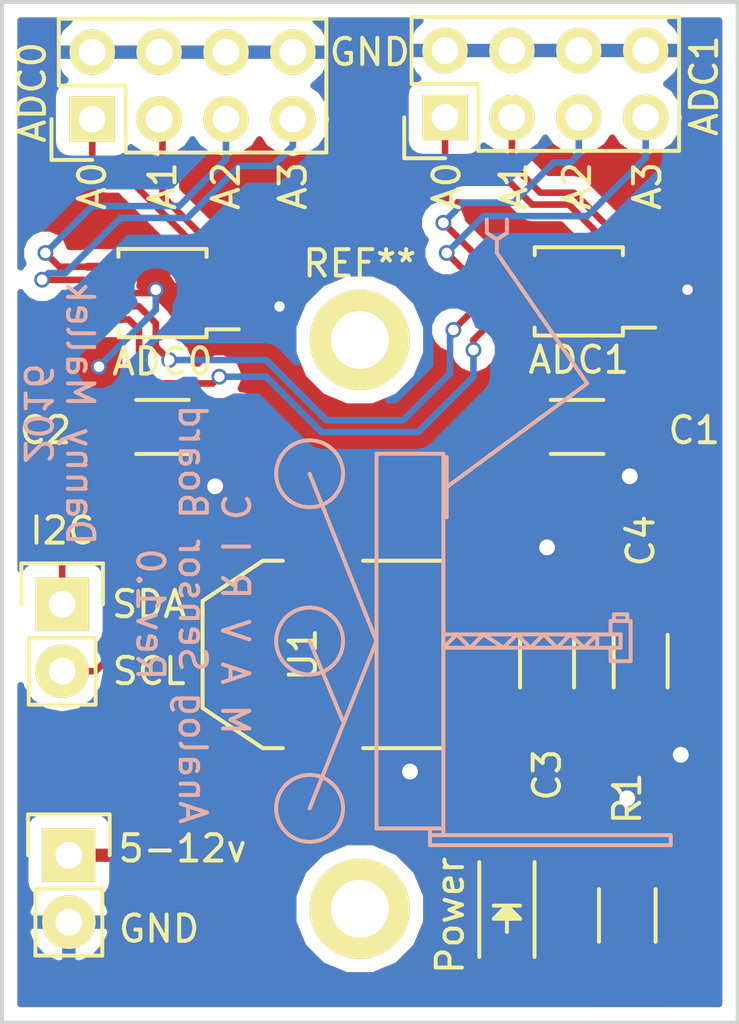
<source format=kicad_pcb>
(kicad_pcb (version 4) (host pcbnew 4.0.0-rc2-stable)

  (general
    (links 39)
    (no_connects 0)
    (area 112.319999 75.675499 140.410001 114.629001)
    (thickness 1.6)
    (drawings 18)
    (tracks 162)
    (zones 0)
    (modules 16)
    (nets 17)
  )

  (page A4)
  (layers
    (0 F.Cu signal)
    (31 B.Cu signal)
    (32 B.Adhes user)
    (33 F.Adhes user)
    (34 B.Paste user)
    (35 F.Paste user)
    (36 B.SilkS user)
    (37 F.SilkS user)
    (38 B.Mask user)
    (39 F.Mask user)
    (40 Dwgs.User user)
    (41 Cmts.User user)
    (42 Eco1.User user)
    (43 Eco2.User user)
    (44 Edge.Cuts user)
    (45 Margin user)
    (46 B.CrtYd user)
    (47 F.CrtYd user)
    (48 B.Fab user)
    (49 F.Fab user)
  )

  (setup
    (last_trace_width 0.25)
    (user_trace_width 0.5)
    (trace_clearance 0.2)
    (zone_clearance 0.508)
    (zone_45_only no)
    (trace_min 0.2)
    (segment_width 0.2)
    (edge_width 0.15)
    (via_size 0.6)
    (via_drill 0.4)
    (via_min_size 0.4)
    (via_min_drill 0.3)
    (user_via 0.8 0.6)
    (uvia_size 0.3)
    (uvia_drill 0.1)
    (uvias_allowed no)
    (uvia_min_size 0.2)
    (uvia_min_drill 0.1)
    (pcb_text_width 0.3)
    (pcb_text_size 1.5 1.5)
    (mod_edge_width 0.15)
    (mod_text_size 1 1)
    (mod_text_width 0.15)
    (pad_size 1.524 1.524)
    (pad_drill 0.762)
    (pad_to_mask_clearance 0.2)
    (aux_axis_origin 0 0)
    (visible_elements 7FFFFFFF)
    (pcbplotparams
      (layerselection 0x00030_80000001)
      (usegerberextensions false)
      (excludeedgelayer true)
      (linewidth 0.100000)
      (plotframeref false)
      (viasonmask false)
      (mode 1)
      (useauxorigin false)
      (hpglpennumber 1)
      (hpglpenspeed 20)
      (hpglpendiameter 15)
      (hpglpenoverlay 2)
      (psnegative false)
      (psa4output false)
      (plotreference true)
      (plotvalue true)
      (plotinvisibletext false)
      (padsonsilk false)
      (subtractmaskfromsilk false)
      (outputformat 1)
      (mirror false)
      (drillshape 1)
      (scaleselection 1)
      (outputdirectory ""))
  )

  (net 0 "")
  (net 1 GND)
  (net 2 "Net-(ADC0-Pad2)")
  (net 3 /A00)
  (net 4 /A01)
  (net 5 /A02)
  (net 6 /A03)
  (net 7 +3V3)
  (net 8 /SDA)
  (net 9 /SCL)
  (net 10 "Net-(ADC1-Pad2)")
  (net 11 /A10)
  (net 12 /A11)
  (net 13 /A12)
  (net 14 /A13)
  (net 15 +12V)
  (net 16 "Net-(D1-Pad1)")

  (net_class Default "This is the default net class."
    (clearance 0.2)
    (trace_width 0.25)
    (via_dia 0.6)
    (via_drill 0.4)
    (uvia_dia 0.3)
    (uvia_drill 0.1)
    (add_net +12V)
    (add_net +3V3)
    (add_net /A00)
    (add_net /A01)
    (add_net /A02)
    (add_net /A03)
    (add_net /A10)
    (add_net /A11)
    (add_net /A12)
    (add_net /A13)
    (add_net /SCL)
    (add_net /SDA)
    (add_net GND)
    (add_net "Net-(ADC0-Pad2)")
    (add_net "Net-(ADC1-Pad2)")
    (add_net "Net-(D1-Pad1)")
  )

  (module Capacitors_SMD:C_1206_HandSoldering (layer F.Cu) (tedit 57882476) (tstamp 57881DC2)
    (at 134.239 91.948)
    (descr "Capacitor SMD 1206, hand soldering")
    (tags "capacitor 1206")
    (path /57881DC7)
    (attr smd)
    (fp_text reference C1 (at 4.445 0.127) (layer F.SilkS)
      (effects (font (size 1 1) (thickness 0.15)))
    )
    (fp_text value 100n (at 0.0635 0.1905) (layer F.Fab)
      (effects (font (size 1 1) (thickness 0.15)))
    )
    (fp_line (start -3.3 -1.15) (end 3.3 -1.15) (layer F.CrtYd) (width 0.05))
    (fp_line (start -3.3 1.15) (end 3.3 1.15) (layer F.CrtYd) (width 0.05))
    (fp_line (start -3.3 -1.15) (end -3.3 1.15) (layer F.CrtYd) (width 0.05))
    (fp_line (start 3.3 -1.15) (end 3.3 1.15) (layer F.CrtYd) (width 0.05))
    (fp_line (start 1 -1.025) (end -1 -1.025) (layer F.SilkS) (width 0.15))
    (fp_line (start -1 1.025) (end 1 1.025) (layer F.SilkS) (width 0.15))
    (pad 1 smd rect (at -2 0) (size 2 1.6) (layers F.Cu F.Paste F.Mask)
      (net 7 +3V3))
    (pad 2 smd rect (at 2 0) (size 2 1.6) (layers F.Cu F.Paste F.Mask)
      (net 1 GND))
    (model Capacitors_SMD.3dshapes/C_1206_HandSoldering.wrl
      (at (xyz 0 0 0))
      (scale (xyz 1 1 1))
      (rotate (xyz 0 0 0))
    )
  )

  (module Capacitors_SMD:C_1206_HandSoldering (layer F.Cu) (tedit 57882479) (tstamp 57881DC8)
    (at 118.491 91.948)
    (descr "Capacitor SMD 1206, hand soldering")
    (tags "capacitor 1206")
    (path /57881C30)
    (attr smd)
    (fp_text reference C2 (at -4.445 0.127) (layer F.SilkS)
      (effects (font (size 1 1) (thickness 0.15)))
    )
    (fp_text value 100n (at 0 0.254) (layer F.Fab)
      (effects (font (size 1 1) (thickness 0.15)))
    )
    (fp_line (start -3.3 -1.15) (end 3.3 -1.15) (layer F.CrtYd) (width 0.05))
    (fp_line (start -3.3 1.15) (end 3.3 1.15) (layer F.CrtYd) (width 0.05))
    (fp_line (start -3.3 -1.15) (end -3.3 1.15) (layer F.CrtYd) (width 0.05))
    (fp_line (start 3.3 -1.15) (end 3.3 1.15) (layer F.CrtYd) (width 0.05))
    (fp_line (start 1 -1.025) (end -1 -1.025) (layer F.SilkS) (width 0.15))
    (fp_line (start -1 1.025) (end 1 1.025) (layer F.SilkS) (width 0.15))
    (pad 1 smd rect (at -2 0) (size 2 1.6) (layers F.Cu F.Paste F.Mask)
      (net 7 +3V3))
    (pad 2 smd rect (at 2 0) (size 2 1.6) (layers F.Cu F.Paste F.Mask)
      (net 1 GND))
    (model Capacitors_SMD.3dshapes/C_1206_HandSoldering.wrl
      (at (xyz 0 0 0))
      (scale (xyz 1 1 1))
      (rotate (xyz 0 0 0))
    )
  )

  (module Capacitors_SMD:C_1206_HandSoldering (layer F.Cu) (tedit 57882A19) (tstamp 57881DCE)
    (at 133.096 100.838 90)
    (descr "Capacitor SMD 1206, hand soldering")
    (tags "capacitor 1206")
    (path /578844F9)
    (attr smd)
    (fp_text reference C3 (at -4.318 0 90) (layer F.SilkS)
      (effects (font (size 1 1) (thickness 0.15)))
    )
    (fp_text value 100n (at 0 2.3 90) (layer F.Fab)
      (effects (font (size 1 1) (thickness 0.15)))
    )
    (fp_line (start -3.3 -1.15) (end 3.3 -1.15) (layer F.CrtYd) (width 0.05))
    (fp_line (start -3.3 1.15) (end 3.3 1.15) (layer F.CrtYd) (width 0.05))
    (fp_line (start -3.3 -1.15) (end -3.3 1.15) (layer F.CrtYd) (width 0.05))
    (fp_line (start 3.3 -1.15) (end 3.3 1.15) (layer F.CrtYd) (width 0.05))
    (fp_line (start 1 -1.025) (end -1 -1.025) (layer F.SilkS) (width 0.15))
    (fp_line (start -1 1.025) (end 1 1.025) (layer F.SilkS) (width 0.15))
    (pad 1 smd rect (at -2 0 90) (size 2 1.6) (layers F.Cu F.Paste F.Mask)
      (net 15 +12V))
    (pad 2 smd rect (at 2 0 90) (size 2 1.6) (layers F.Cu F.Paste F.Mask)
      (net 1 GND))
    (model Capacitors_SMD.3dshapes/C_1206_HandSoldering.wrl
      (at (xyz 0 0 0))
      (scale (xyz 1 1 1))
      (rotate (xyz 0 0 0))
    )
  )

  (module Capacitors_SMD:C_1206_HandSoldering (layer F.Cu) (tedit 57882467) (tstamp 57881DD4)
    (at 136.652 100.838 270)
    (descr "Capacitor SMD 1206, hand soldering")
    (tags "capacitor 1206")
    (path /578849F6)
    (attr smd)
    (fp_text reference C4 (at -4.572 0 270) (layer F.SilkS)
      (effects (font (size 1 1) (thickness 0.15)))
    )
    (fp_text value 10u (at 0 2.3 270) (layer F.Fab)
      (effects (font (size 1 1) (thickness 0.15)))
    )
    (fp_line (start -3.3 -1.15) (end 3.3 -1.15) (layer F.CrtYd) (width 0.05))
    (fp_line (start -3.3 1.15) (end 3.3 1.15) (layer F.CrtYd) (width 0.05))
    (fp_line (start -3.3 -1.15) (end -3.3 1.15) (layer F.CrtYd) (width 0.05))
    (fp_line (start 3.3 -1.15) (end 3.3 1.15) (layer F.CrtYd) (width 0.05))
    (fp_line (start 1 -1.025) (end -1 -1.025) (layer F.SilkS) (width 0.15))
    (fp_line (start -1 1.025) (end 1 1.025) (layer F.SilkS) (width 0.15))
    (pad 1 smd rect (at -2 0 270) (size 2 1.6) (layers F.Cu F.Paste F.Mask)
      (net 7 +3V3))
    (pad 2 smd rect (at 2 0 270) (size 2 1.6) (layers F.Cu F.Paste F.Mask)
      (net 1 GND))
    (model Capacitors_SMD.3dshapes/C_1206_HandSoldering.wrl
      (at (xyz 0 0 0))
      (scale (xyz 1 1 1))
      (rotate (xyz 0 0 0))
    )
  )

  (module LEDs:LED_1206 (layer F.Cu) (tedit 57881FC5) (tstamp 57881DDA)
    (at 131.572 110.617 270)
    (descr "LED 1206 smd package")
    (tags "LED1206 SMD")
    (path /57884ED4)
    (attr smd)
    (fp_text reference Power (at -0.127 2.159 450) (layer F.SilkS)
      (effects (font (size 1 1) (thickness 0.15)))
    )
    (fp_text value Power (at 0 0.381 270) (layer F.Fab)
      (effects (font (size 1 1) (thickness 0.15)))
    )
    (fp_line (start -2.15 1.05) (end 1.45 1.05) (layer F.SilkS) (width 0.15))
    (fp_line (start -2.15 -1.05) (end 1.45 -1.05) (layer F.SilkS) (width 0.15))
    (fp_line (start -0.1 -0.3) (end -0.1 0.3) (layer F.SilkS) (width 0.15))
    (fp_line (start -0.1 0.3) (end -0.4 0) (layer F.SilkS) (width 0.15))
    (fp_line (start -0.4 0) (end -0.2 -0.2) (layer F.SilkS) (width 0.15))
    (fp_line (start -0.2 -0.2) (end -0.2 0.05) (layer F.SilkS) (width 0.15))
    (fp_line (start -0.2 0.05) (end -0.25 0) (layer F.SilkS) (width 0.15))
    (fp_line (start -0.5 -0.5) (end -0.5 0.5) (layer F.SilkS) (width 0.15))
    (fp_line (start 0 0) (end 0.5 0) (layer F.SilkS) (width 0.15))
    (fp_line (start -0.5 0) (end 0 -0.5) (layer F.SilkS) (width 0.15))
    (fp_line (start 0 -0.5) (end 0 0.5) (layer F.SilkS) (width 0.15))
    (fp_line (start 0 0.5) (end -0.5 0) (layer F.SilkS) (width 0.15))
    (fp_line (start 2.5 -1.25) (end -2.5 -1.25) (layer F.CrtYd) (width 0.05))
    (fp_line (start -2.5 -1.25) (end -2.5 1.25) (layer F.CrtYd) (width 0.05))
    (fp_line (start -2.5 1.25) (end 2.5 1.25) (layer F.CrtYd) (width 0.05))
    (fp_line (start 2.5 1.25) (end 2.5 -1.25) (layer F.CrtYd) (width 0.05))
    (pad 2 smd rect (at 1.41986 0 90) (size 1.59766 1.80086) (layers F.Cu F.Paste F.Mask)
      (net 7 +3V3))
    (pad 1 smd rect (at -1.41986 0 90) (size 1.59766 1.80086) (layers F.Cu F.Paste F.Mask)
      (net 16 "Net-(D1-Pad1)"))
    (model LEDs.3dshapes/LED_1206.wrl
      (at (xyz 0 0 0))
      (scale (xyz 1 1 1))
      (rotate (xyz 0 0 180))
    )
  )

  (module Pin_Headers:Pin_Header_Straight_1x02 (layer F.Cu) (tedit 5788244E) (tstamp 57881DE0)
    (at 114.935 108.204)
    (descr "Through hole pin header")
    (tags "pin header")
    (path /57883206)
    (fp_text reference 5-12v (at 4.318 -0.254) (layer F.SilkS)
      (effects (font (size 1 1) (thickness 0.15)))
    )
    (fp_text value Power (at 0.127 0.889) (layer F.Fab)
      (effects (font (size 1 1) (thickness 0.15)))
    )
    (fp_line (start 1.27 1.27) (end 1.27 3.81) (layer F.SilkS) (width 0.15))
    (fp_line (start 1.55 -1.55) (end 1.55 0) (layer F.SilkS) (width 0.15))
    (fp_line (start -1.75 -1.75) (end -1.75 4.3) (layer F.CrtYd) (width 0.05))
    (fp_line (start 1.75 -1.75) (end 1.75 4.3) (layer F.CrtYd) (width 0.05))
    (fp_line (start -1.75 -1.75) (end 1.75 -1.75) (layer F.CrtYd) (width 0.05))
    (fp_line (start -1.75 4.3) (end 1.75 4.3) (layer F.CrtYd) (width 0.05))
    (fp_line (start 1.27 1.27) (end -1.27 1.27) (layer F.SilkS) (width 0.15))
    (fp_line (start -1.55 0) (end -1.55 -1.55) (layer F.SilkS) (width 0.15))
    (fp_line (start -1.55 -1.55) (end 1.55 -1.55) (layer F.SilkS) (width 0.15))
    (fp_line (start -1.27 1.27) (end -1.27 3.81) (layer F.SilkS) (width 0.15))
    (fp_line (start -1.27 3.81) (end 1.27 3.81) (layer F.SilkS) (width 0.15))
    (pad 1 thru_hole rect (at 0 0) (size 2.032 2.032) (drill 1.016) (layers *.Cu *.Mask F.SilkS)
      (net 15 +12V))
    (pad 2 thru_hole oval (at 0 2.54) (size 2.032 2.032) (drill 1.016) (layers *.Cu *.Mask F.SilkS)
      (net 1 GND))
    (model Pin_Headers.3dshapes/Pin_Header_Straight_1x02.wrl
      (at (xyz 0 -0.05 0))
      (scale (xyz 1 1 1))
      (rotate (xyz 0 0 90))
    )
  )

  (module Pin_Headers:Pin_Header_Straight_1x02 (layer F.Cu) (tedit 57881F6B) (tstamp 57881DE6)
    (at 114.681 98.679)
    (descr "Through hole pin header")
    (tags "pin header")
    (path /5788373E)
    (fp_text reference I2C (at 0 -2.794) (layer F.SilkS)
      (effects (font (size 1 1) (thickness 0.15)))
    )
    (fp_text value I2C (at 0.254 1.397) (layer F.Fab)
      (effects (font (size 1 1) (thickness 0.15)))
    )
    (fp_line (start 1.27 1.27) (end 1.27 3.81) (layer F.SilkS) (width 0.15))
    (fp_line (start 1.55 -1.55) (end 1.55 0) (layer F.SilkS) (width 0.15))
    (fp_line (start -1.75 -1.75) (end -1.75 4.3) (layer F.CrtYd) (width 0.05))
    (fp_line (start 1.75 -1.75) (end 1.75 4.3) (layer F.CrtYd) (width 0.05))
    (fp_line (start -1.75 -1.75) (end 1.75 -1.75) (layer F.CrtYd) (width 0.05))
    (fp_line (start -1.75 4.3) (end 1.75 4.3) (layer F.CrtYd) (width 0.05))
    (fp_line (start 1.27 1.27) (end -1.27 1.27) (layer F.SilkS) (width 0.15))
    (fp_line (start -1.55 0) (end -1.55 -1.55) (layer F.SilkS) (width 0.15))
    (fp_line (start -1.55 -1.55) (end 1.55 -1.55) (layer F.SilkS) (width 0.15))
    (fp_line (start -1.27 1.27) (end -1.27 3.81) (layer F.SilkS) (width 0.15))
    (fp_line (start -1.27 3.81) (end 1.27 3.81) (layer F.SilkS) (width 0.15))
    (pad 1 thru_hole rect (at 0 0) (size 2.032 2.032) (drill 1.016) (layers *.Cu *.Mask F.SilkS)
      (net 8 /SDA))
    (pad 2 thru_hole oval (at 0 2.54) (size 2.032 2.032) (drill 1.016) (layers *.Cu *.Mask F.SilkS)
      (net 9 /SCL))
    (model Pin_Headers.3dshapes/Pin_Header_Straight_1x02.wrl
      (at (xyz 0 -0.05 0))
      (scale (xyz 1 1 1))
      (rotate (xyz 0 0 90))
    )
  )

  (module Pin_Headers:Pin_Header_Straight_2x04 (layer F.Cu) (tedit 57882DAE) (tstamp 57881DF2)
    (at 115.824 80.264 90)
    (descr "Through hole pin header")
    (tags "pin header")
    (path /578821EA)
    (fp_text reference ADC0 (at 1.016 -2.286 270) (layer F.SilkS)
      (effects (font (size 1 1) (thickness 0.15)))
    )
    (fp_text value ADC0 (at 1.8415 3.6195 180) (layer F.Fab)
      (effects (font (size 1 1) (thickness 0.15)))
    )
    (fp_line (start -1.75 -1.75) (end -1.75 9.4) (layer F.CrtYd) (width 0.05))
    (fp_line (start 4.3 -1.75) (end 4.3 9.4) (layer F.CrtYd) (width 0.05))
    (fp_line (start -1.75 -1.75) (end 4.3 -1.75) (layer F.CrtYd) (width 0.05))
    (fp_line (start -1.75 9.4) (end 4.3 9.4) (layer F.CrtYd) (width 0.05))
    (fp_line (start -1.27 1.27) (end -1.27 8.89) (layer F.SilkS) (width 0.15))
    (fp_line (start -1.27 8.89) (end 3.81 8.89) (layer F.SilkS) (width 0.15))
    (fp_line (start 3.81 8.89) (end 3.81 -1.27) (layer F.SilkS) (width 0.15))
    (fp_line (start 3.81 -1.27) (end 1.27 -1.27) (layer F.SilkS) (width 0.15))
    (fp_line (start 0 -1.55) (end -1.55 -1.55) (layer F.SilkS) (width 0.15))
    (fp_line (start 1.27 -1.27) (end 1.27 1.27) (layer F.SilkS) (width 0.15))
    (fp_line (start 1.27 1.27) (end -1.27 1.27) (layer F.SilkS) (width 0.15))
    (fp_line (start -1.55 -1.55) (end -1.55 0) (layer F.SilkS) (width 0.15))
    (pad 1 thru_hole rect (at 0 0 90) (size 1.7272 1.7272) (drill 1.016) (layers *.Cu *.Mask F.SilkS)
      (net 3 /A00))
    (pad 2 thru_hole oval (at 2.54 0 90) (size 1.7272 1.7272) (drill 1.016) (layers *.Cu *.Mask F.SilkS)
      (net 1 GND))
    (pad 3 thru_hole oval (at 0 2.54 90) (size 1.7272 1.7272) (drill 1.016) (layers *.Cu *.Mask F.SilkS)
      (net 4 /A01))
    (pad 4 thru_hole oval (at 2.54 2.54 90) (size 1.7272 1.7272) (drill 1.016) (layers *.Cu *.Mask F.SilkS)
      (net 1 GND))
    (pad 5 thru_hole oval (at 0 5.08 90) (size 1.7272 1.7272) (drill 1.016) (layers *.Cu *.Mask F.SilkS)
      (net 5 /A02))
    (pad 6 thru_hole oval (at 2.54 5.08 90) (size 1.7272 1.7272) (drill 1.016) (layers *.Cu *.Mask F.SilkS)
      (net 1 GND))
    (pad 7 thru_hole oval (at 0 7.62 90) (size 1.7272 1.7272) (drill 1.016) (layers *.Cu *.Mask F.SilkS)
      (net 6 /A03))
    (pad 8 thru_hole oval (at 2.54 7.62 90) (size 1.7272 1.7272) (drill 1.016) (layers *.Cu *.Mask F.SilkS)
      (net 1 GND))
    (model Pin_Headers.3dshapes/Pin_Header_Straight_2x04.wrl
      (at (xyz 0.05 -0.15 0))
      (scale (xyz 1 1 1))
      (rotate (xyz 0 0 90))
    )
  )

  (module Pin_Headers:Pin_Header_Straight_2x04 (layer F.Cu) (tedit 57882DBD) (tstamp 57881DFE)
    (at 129.2225 80.2005 90)
    (descr "Through hole pin header")
    (tags "pin header")
    (path /578822C0)
    (fp_text reference ADC1 (at 1.2065 9.8425 270) (layer F.SilkS)
      (effects (font (size 1 1) (thickness 0.15)))
    )
    (fp_text value ADC1 (at 2.3495 3.8735 180) (layer F.Fab)
      (effects (font (size 1 1) (thickness 0.15)))
    )
    (fp_line (start -1.75 -1.75) (end -1.75 9.4) (layer F.CrtYd) (width 0.05))
    (fp_line (start 4.3 -1.75) (end 4.3 9.4) (layer F.CrtYd) (width 0.05))
    (fp_line (start -1.75 -1.75) (end 4.3 -1.75) (layer F.CrtYd) (width 0.05))
    (fp_line (start -1.75 9.4) (end 4.3 9.4) (layer F.CrtYd) (width 0.05))
    (fp_line (start -1.27 1.27) (end -1.27 8.89) (layer F.SilkS) (width 0.15))
    (fp_line (start -1.27 8.89) (end 3.81 8.89) (layer F.SilkS) (width 0.15))
    (fp_line (start 3.81 8.89) (end 3.81 -1.27) (layer F.SilkS) (width 0.15))
    (fp_line (start 3.81 -1.27) (end 1.27 -1.27) (layer F.SilkS) (width 0.15))
    (fp_line (start 0 -1.55) (end -1.55 -1.55) (layer F.SilkS) (width 0.15))
    (fp_line (start 1.27 -1.27) (end 1.27 1.27) (layer F.SilkS) (width 0.15))
    (fp_line (start 1.27 1.27) (end -1.27 1.27) (layer F.SilkS) (width 0.15))
    (fp_line (start -1.55 -1.55) (end -1.55 0) (layer F.SilkS) (width 0.15))
    (pad 1 thru_hole rect (at 0 0 90) (size 1.7272 1.7272) (drill 1.016) (layers *.Cu *.Mask F.SilkS)
      (net 11 /A10))
    (pad 2 thru_hole oval (at 2.54 0 90) (size 1.7272 1.7272) (drill 1.016) (layers *.Cu *.Mask F.SilkS)
      (net 1 GND))
    (pad 3 thru_hole oval (at 0 2.54 90) (size 1.7272 1.7272) (drill 1.016) (layers *.Cu *.Mask F.SilkS)
      (net 12 /A11))
    (pad 4 thru_hole oval (at 2.54 2.54 90) (size 1.7272 1.7272) (drill 1.016) (layers *.Cu *.Mask F.SilkS)
      (net 1 GND))
    (pad 5 thru_hole oval (at 0 5.08 90) (size 1.7272 1.7272) (drill 1.016) (layers *.Cu *.Mask F.SilkS)
      (net 13 /A12))
    (pad 6 thru_hole oval (at 2.54 5.08 90) (size 1.7272 1.7272) (drill 1.016) (layers *.Cu *.Mask F.SilkS)
      (net 1 GND))
    (pad 7 thru_hole oval (at 0 7.62 90) (size 1.7272 1.7272) (drill 1.016) (layers *.Cu *.Mask F.SilkS)
      (net 14 /A13))
    (pad 8 thru_hole oval (at 2.54 7.62 90) (size 1.7272 1.7272) (drill 1.016) (layers *.Cu *.Mask F.SilkS)
      (net 1 GND))
    (model Pin_Headers.3dshapes/Pin_Header_Straight_2x04.wrl
      (at (xyz 0.05 -0.15 0))
      (scale (xyz 1 1 1))
      (rotate (xyz 0 0 90))
    )
  )

  (module Resistors_SMD:R_1206_HandSoldering (layer F.Cu) (tedit 57882470) (tstamp 57881E04)
    (at 136.144 110.49 90)
    (descr "Resistor SMD 1206, hand soldering")
    (tags "resistor 1206")
    (path /5788576B)
    (attr smd)
    (fp_text reference R1 (at 4.445 0 90) (layer F.SilkS)
      (effects (font (size 1 1) (thickness 0.15)))
    )
    (fp_text value 220 (at 0 2.3 90) (layer F.Fab)
      (effects (font (size 1 1) (thickness 0.15)))
    )
    (fp_line (start -3.3 -1.2) (end 3.3 -1.2) (layer F.CrtYd) (width 0.05))
    (fp_line (start -3.3 1.2) (end 3.3 1.2) (layer F.CrtYd) (width 0.05))
    (fp_line (start -3.3 -1.2) (end -3.3 1.2) (layer F.CrtYd) (width 0.05))
    (fp_line (start 3.3 -1.2) (end 3.3 1.2) (layer F.CrtYd) (width 0.05))
    (fp_line (start 1 1.075) (end -1 1.075) (layer F.SilkS) (width 0.15))
    (fp_line (start -1 -1.075) (end 1 -1.075) (layer F.SilkS) (width 0.15))
    (pad 1 smd rect (at -2 0 90) (size 2 1.7) (layers F.Cu F.Paste F.Mask)
      (net 16 "Net-(D1-Pad1)"))
    (pad 2 smd rect (at 2 0 90) (size 2 1.7) (layers F.Cu F.Paste F.Mask)
      (net 1 GND))
    (model Resistors_SMD.3dshapes/R_1206_HandSoldering.wrl
      (at (xyz 0 0 0))
      (scale (xyz 1 1 1))
      (rotate (xyz 0 0 0))
    )
  )

  (module TO_SOT_Packages_SMD:SOT-223 (layer F.Cu) (tedit 0) (tstamp 57881E0C)
    (at 124.587 100.584 90)
    (descr "module CMS SOT223 4 pins")
    (tags "CMS SOT")
    (path /57884597)
    (attr smd)
    (fp_text reference U1 (at 0 -0.762 90) (layer F.SilkS)
      (effects (font (size 1 1) (thickness 0.15)))
    )
    (fp_text value LD1117S33TR (at 0 0.762 90) (layer F.Fab)
      (effects (font (size 1 1) (thickness 0.15)))
    )
    (fp_line (start -3.556 1.524) (end -3.556 4.572) (layer F.SilkS) (width 0.15))
    (fp_line (start -3.556 4.572) (end 3.556 4.572) (layer F.SilkS) (width 0.15))
    (fp_line (start 3.556 4.572) (end 3.556 1.524) (layer F.SilkS) (width 0.15))
    (fp_line (start -3.556 -1.524) (end -3.556 -2.286) (layer F.SilkS) (width 0.15))
    (fp_line (start -3.556 -2.286) (end -2.032 -4.572) (layer F.SilkS) (width 0.15))
    (fp_line (start -2.032 -4.572) (end 2.032 -4.572) (layer F.SilkS) (width 0.15))
    (fp_line (start 2.032 -4.572) (end 3.556 -2.286) (layer F.SilkS) (width 0.15))
    (fp_line (start 3.556 -2.286) (end 3.556 -1.524) (layer F.SilkS) (width 0.15))
    (pad 4 smd rect (at 0 -3.302 90) (size 3.6576 2.032) (layers F.Cu F.Paste F.Mask))
    (pad 2 smd rect (at 0 3.302 90) (size 1.016 2.032) (layers F.Cu F.Paste F.Mask)
      (net 7 +3V3))
    (pad 3 smd rect (at 2.286 3.302 90) (size 1.016 2.032) (layers F.Cu F.Paste F.Mask)
      (net 15 +12V))
    (pad 1 smd rect (at -2.286 3.302 90) (size 1.016 2.032) (layers F.Cu F.Paste F.Mask)
      (net 1 GND))
    (model TO_SOT_Packages_SMD.3dshapes/SOT-223.wrl
      (at (xyz 0 0 0))
      (scale (xyz 0.4 0.4 0.4))
      (rotate (xyz 0 0 0))
    )
  )

  (module Housings_SSOP:MSOP-10_3x3mm_Pitch0.5mm (layer F.Cu) (tedit 54130A77) (tstamp 57881EF3)
    (at 118.491 86.868 180)
    (descr "10-Lead Plastic Micro Small Outline Package (MS) [MSOP] (see Microchip Packaging Specification 00000049BS.pdf)")
    (tags "SSOP 0.5")
    (path /57881792)
    (attr smd)
    (fp_text reference ADC0 (at 0 -2.6 180) (layer F.SilkS)
      (effects (font (size 1 1) (thickness 0.15)))
    )
    (fp_text value ADS1015 (at 0 2.6 180) (layer F.Fab)
      (effects (font (size 1 1) (thickness 0.15)))
    )
    (fp_line (start -3.15 -1.85) (end -3.15 1.85) (layer F.CrtYd) (width 0.05))
    (fp_line (start 3.15 -1.85) (end 3.15 1.85) (layer F.CrtYd) (width 0.05))
    (fp_line (start -3.15 -1.85) (end 3.15 -1.85) (layer F.CrtYd) (width 0.05))
    (fp_line (start -3.15 1.85) (end 3.15 1.85) (layer F.CrtYd) (width 0.05))
    (fp_line (start -1.675 -1.675) (end -1.675 -1.375) (layer F.SilkS) (width 0.15))
    (fp_line (start 1.675 -1.675) (end 1.675 -1.375) (layer F.SilkS) (width 0.15))
    (fp_line (start 1.675 1.675) (end 1.675 1.375) (layer F.SilkS) (width 0.15))
    (fp_line (start -1.675 1.675) (end -1.675 1.375) (layer F.SilkS) (width 0.15))
    (fp_line (start -1.675 -1.675) (end 1.675 -1.675) (layer F.SilkS) (width 0.15))
    (fp_line (start -1.675 1.675) (end 1.675 1.675) (layer F.SilkS) (width 0.15))
    (fp_line (start -1.675 -1.375) (end -2.9 -1.375) (layer F.SilkS) (width 0.15))
    (pad 1 smd rect (at -2.2 -1 180) (size 1.4 0.3) (layers F.Cu F.Paste F.Mask)
      (net 1 GND))
    (pad 2 smd rect (at -2.2 -0.5 180) (size 1.4 0.3) (layers F.Cu F.Paste F.Mask)
      (net 2 "Net-(ADC0-Pad2)"))
    (pad 3 smd rect (at -2.2 0 180) (size 1.4 0.3) (layers F.Cu F.Paste F.Mask)
      (net 1 GND))
    (pad 4 smd rect (at -2.2 0.5 180) (size 1.4 0.3) (layers F.Cu F.Paste F.Mask)
      (net 3 /A00))
    (pad 5 smd rect (at -2.2 1 180) (size 1.4 0.3) (layers F.Cu F.Paste F.Mask)
      (net 4 /A01))
    (pad 6 smd rect (at 2.2 1 180) (size 1.4 0.3) (layers F.Cu F.Paste F.Mask)
      (net 5 /A02))
    (pad 7 smd rect (at 2.2 0.5 180) (size 1.4 0.3) (layers F.Cu F.Paste F.Mask)
      (net 6 /A03))
    (pad 8 smd rect (at 2.2 0 180) (size 1.4 0.3) (layers F.Cu F.Paste F.Mask)
      (net 7 +3V3))
    (pad 9 smd rect (at 2.2 -0.5 180) (size 1.4 0.3) (layers F.Cu F.Paste F.Mask)
      (net 8 /SDA))
    (pad 10 smd rect (at 2.2 -1 180) (size 1.4 0.3) (layers F.Cu F.Paste F.Mask)
      (net 9 /SCL))
    (model Housings_SSOP.3dshapes/MSOP-10_3x3mm_Pitch0.5mm.wrl
      (at (xyz 0 0 0))
      (scale (xyz 1 1 1))
      (rotate (xyz 0 0 0))
    )
  )

  (module Housings_SSOP:MSOP-10_3x3mm_Pitch0.5mm (layer F.Cu) (tedit 54130A77) (tstamp 57881F01)
    (at 134.3025 86.8045 180)
    (descr "10-Lead Plastic Micro Small Outline Package (MS) [MSOP] (see Microchip Packaging Specification 00000049BS.pdf)")
    (tags "SSOP 0.5")
    (path /57881A43)
    (attr smd)
    (fp_text reference ADC1 (at 0 -2.6 180) (layer F.SilkS)
      (effects (font (size 1 1) (thickness 0.15)))
    )
    (fp_text value ADS1015 (at 0 2.6 180) (layer F.Fab)
      (effects (font (size 1 1) (thickness 0.15)))
    )
    (fp_line (start -3.15 -1.85) (end -3.15 1.85) (layer F.CrtYd) (width 0.05))
    (fp_line (start 3.15 -1.85) (end 3.15 1.85) (layer F.CrtYd) (width 0.05))
    (fp_line (start -3.15 -1.85) (end 3.15 -1.85) (layer F.CrtYd) (width 0.05))
    (fp_line (start -3.15 1.85) (end 3.15 1.85) (layer F.CrtYd) (width 0.05))
    (fp_line (start -1.675 -1.675) (end -1.675 -1.375) (layer F.SilkS) (width 0.15))
    (fp_line (start 1.675 -1.675) (end 1.675 -1.375) (layer F.SilkS) (width 0.15))
    (fp_line (start 1.675 1.675) (end 1.675 1.375) (layer F.SilkS) (width 0.15))
    (fp_line (start -1.675 1.675) (end -1.675 1.375) (layer F.SilkS) (width 0.15))
    (fp_line (start -1.675 -1.675) (end 1.675 -1.675) (layer F.SilkS) (width 0.15))
    (fp_line (start -1.675 1.675) (end 1.675 1.675) (layer F.SilkS) (width 0.15))
    (fp_line (start -1.675 -1.375) (end -2.9 -1.375) (layer F.SilkS) (width 0.15))
    (pad 1 smd rect (at -2.2 -1 180) (size 1.4 0.3) (layers F.Cu F.Paste F.Mask)
      (net 7 +3V3))
    (pad 2 smd rect (at -2.2 -0.5 180) (size 1.4 0.3) (layers F.Cu F.Paste F.Mask)
      (net 10 "Net-(ADC1-Pad2)"))
    (pad 3 smd rect (at -2.2 0 180) (size 1.4 0.3) (layers F.Cu F.Paste F.Mask)
      (net 1 GND))
    (pad 4 smd rect (at -2.2 0.5 180) (size 1.4 0.3) (layers F.Cu F.Paste F.Mask)
      (net 11 /A10))
    (pad 5 smd rect (at -2.2 1 180) (size 1.4 0.3) (layers F.Cu F.Paste F.Mask)
      (net 12 /A11))
    (pad 6 smd rect (at 2.2 1 180) (size 1.4 0.3) (layers F.Cu F.Paste F.Mask)
      (net 13 /A12))
    (pad 7 smd rect (at 2.2 0.5 180) (size 1.4 0.3) (layers F.Cu F.Paste F.Mask)
      (net 14 /A13))
    (pad 8 smd rect (at 2.2 0 180) (size 1.4 0.3) (layers F.Cu F.Paste F.Mask)
      (net 7 +3V3))
    (pad 9 smd rect (at 2.2 -0.5 180) (size 1.4 0.3) (layers F.Cu F.Paste F.Mask)
      (net 8 /SDA))
    (pad 10 smd rect (at 2.2 -1 180) (size 1.4 0.3) (layers F.Cu F.Paste F.Mask)
      (net 9 /SCL))
    (model Housings_SSOP.3dshapes/MSOP-10_3x3mm_Pitch0.5mm.wrl
      (at (xyz 0 0 0))
      (scale (xyz 1 1 1))
      (rotate (xyz 0 0 0))
    )
  )

  (module Mounting_Holes:MountingHole_2.2mm_M2_ISO14580_Pad (layer F.Cu) (tedit 57882308) (tstamp 57882406)
    (at 125.984 110.236)
    (descr "Mounting Hole 2.2mm, M2, ISO14580")
    (tags "mounting hole 2.2mm m2 iso14580")
    (fp_text reference REF** (at 0 -2.9) (layer F.SilkS) hide
      (effects (font (size 1 1) (thickness 0.15)))
    )
    (fp_text value " " (at 0 2.9) (layer F.Fab) hide
      (effects (font (size 1 1) (thickness 0.15)))
    )
    (fp_circle (center 0 0) (end 1.9 0) (layer Cmts.User) (width 0.15))
    (fp_circle (center 0 0) (end 2.15 0) (layer F.CrtYd) (width 0.05))
    (pad 1 thru_hole circle (at 0 0) (size 3.8 3.8) (drill 2.2) (layers *.Cu *.Mask F.SilkS))
  )

  (module Mounting_Holes:MountingHole_2.2mm_M2_ISO14580_Pad (layer F.Cu) (tedit 578822FC) (tstamp 57882411)
    (at 125.984 88.646)
    (descr "Mounting Hole 2.2mm, M2, ISO14580")
    (tags "mounting hole 2.2mm m2 iso14580")
    (fp_text reference REF** (at 0 -2.9) (layer F.SilkS)
      (effects (font (size 1 1) (thickness 0.15)))
    )
    (fp_text value " " (at 0 2.9) (layer F.Fab) hide
      (effects (font (size 1 1) (thickness 0.15)))
    )
    (fp_circle (center 0 0) (end 1.9 0) (layer Cmts.User) (width 0.15))
    (fp_circle (center 0 0) (end 2.15 0) (layer F.CrtYd) (width 0.05))
    (pad 1 thru_hole circle (at 0 0) (size 3.8 3.8) (drill 2.2) (layers *.Cu *.Mask F.SilkS))
  )

  (module Labels:MAVRIC (layer B.Cu) (tedit 57882D8C) (tstamp 57882C27)
    (at 127.889 100.076 90)
    (fp_text reference MAV3 (at 21.082 11.049 90) (layer B.SilkS) hide
      (effects (font (size 1 1) (thickness 0.15)) (justify mirror))
    )
    (fp_text value MAVRIC (at -10.414 -6.731 90) (layer B.Fab)
      (effects (font (size 1 1) (thickness 0.15)) (justify mirror))
    )
    (fp_line (start 15.24 3.302) (end 15.494 2.921) (layer B.SilkS) (width 0.15))
    (fp_line (start 15.494 2.921) (end 16.002 2.921) (layer B.SilkS) (width 0.15))
    (fp_line (start 15.24 3.302) (end 15.494 3.683) (layer B.SilkS) (width 0.15))
    (fp_line (start 15.494 3.683) (end 16.002 3.683) (layer B.SilkS) (width 0.15))
    (fp_line (start 5.842 1.397) (end 9.779 6.731) (layer B.SilkS) (width 0.15))
    (fp_line (start 9.779 6.731) (end 14.732 3.302) (layer B.SilkS) (width 0.15))
    (fp_line (start 14.732 3.302) (end 15.24 3.302) (layer B.SilkS) (width 0.15))
    (fp_line (start 4.699 1.397) (end 6.985 1.397) (layer B.SilkS) (width 0.15))
    (fp_line (start 7.112 -1.27) (end -7.112 -1.27) (layer B.SilkS) (width 0.15))
    (fp_line (start -7.112 1.27) (end 7.112 1.27) (layer B.SilkS) (width 0.15))
    (fp_line (start -7.62 9.906) (end -7.747 9.906) (layer B.SilkS) (width 0.15))
    (fp_line (start -7.747 0.762) (end -7.493 0.762) (layer B.SilkS) (width 0.15))
    (fp_line (start -0.254 7.62) (end -0.762 7.62) (layer B.SilkS) (width 0.15))
    (fp_line (start 0.508 7.62) (end 0.254 7.62) (layer B.SilkS) (width 0.15))
    (fp_line (start 0.254 7.112) (end -0.254 7.112) (layer B.SilkS) (width 0.15))
    (fp_line (start -0.254 7.62) (end -0.254 8.001) (layer B.SilkS) (width 0.15))
    (fp_line (start -0.254 8.001) (end 0.254 8.001) (layer B.SilkS) (width 0.15))
    (fp_line (start 0.254 8.001) (end 0.254 7.62) (layer B.SilkS) (width 0.15))
    (fp_line (start 0.762 7.747) (end 1.016 7.747) (layer B.SilkS) (width 0.15))
    (fp_line (start 1.016 7.747) (end 1.016 8.255) (layer B.SilkS) (width 0.15))
    (fp_line (start 1.016 8.255) (end 0.762 8.255) (layer B.SilkS) (width 0.15))
    (fp_line (start 0.508 7.62) (end 0.762 7.62) (layer B.SilkS) (width 0.15))
    (fp_line (start 0.762 7.62) (end 0.762 8.382) (layer B.SilkS) (width 0.15))
    (fp_line (start 0.762 8.382) (end 0.254 8.382) (layer B.SilkS) (width 0.15))
    (fp_line (start 0.508 8.382) (end -0.762 8.382) (layer B.SilkS) (width 0.15))
    (fp_line (start -0.762 8.382) (end -0.762 7.62) (layer B.SilkS) (width 0.15))
    (fp_line (start -0.254 1.27) (end 0.254 1.778) (layer B.SilkS) (width 0.15))
    (fp_line (start 0.254 1.778) (end -0.254 2.286) (layer B.SilkS) (width 0.15))
    (fp_line (start -0.254 2.286) (end 0.254 2.794) (layer B.SilkS) (width 0.15))
    (fp_line (start 0.254 2.794) (end -0.254 3.556) (layer B.SilkS) (width 0.15))
    (fp_line (start -0.254 3.556) (end 0.254 4.064) (layer B.SilkS) (width 0.15))
    (fp_line (start 0.254 4.064) (end -0.254 4.572) (layer B.SilkS) (width 0.15))
    (fp_line (start -0.254 4.572) (end 0.254 5.08) (layer B.SilkS) (width 0.15))
    (fp_line (start 0.254 5.08) (end -0.254 5.588) (layer B.SilkS) (width 0.15))
    (fp_line (start -0.254 5.588) (end 0.254 6.096) (layer B.SilkS) (width 0.15))
    (fp_line (start 0.254 6.096) (end -0.254 6.604) (layer B.SilkS) (width 0.15))
    (fp_line (start -0.254 6.604) (end 0.254 7.112) (layer B.SilkS) (width 0.15))
    (fp_line (start -0.254 1.27) (end 0.254 1.27) (layer B.SilkS) (width 0.15))
    (fp_line (start 0.254 1.27) (end 0.254 7.62) (layer B.SilkS) (width 0.15))
    (fp_line (start -0.254 7.62) (end -0.254 1.27) (layer B.SilkS) (width 0.15))
    (fp_line (start -7.366 0.762) (end -7.62 0.762) (layer B.SilkS) (width 0.15))
    (fp_line (start -7.747 0.762) (end -7.747 9.906) (layer B.SilkS) (width 0.15))
    (fp_line (start -7.62 9.906) (end -7.366 9.906) (layer B.SilkS) (width 0.15))
    (fp_line (start -7.366 9.906) (end -7.366 1.27) (layer B.SilkS) (width 0.15))
    (fp_line (start -7.112 0.762) (end -7.366 0.762) (layer B.SilkS) (width 0.15))
    (fp_line (start -7.366 0.762) (end -7.366 1.27) (layer B.SilkS) (width 0.15))
    (fp_line (start -7.366 1.27) (end -7.112 1.27) (layer B.SilkS) (width 0.15))
    (fp_circle (center 6.35 -3.81) (end 6.35 -2.54) (layer B.SilkS) (width 0.15))
    (fp_circle (center 0 -3.81) (end 0 -2.54) (layer B.SilkS) (width 0.15))
    (fp_circle (center -6.35 -3.81) (end -7.112 -4.826) (layer B.SilkS) (width 0.15))
    (fp_line (start 0 -3.81) (end -3.048 -2.54) (layer B.SilkS) (width 0.15))
    (fp_line (start 0 -1.27) (end 6.35 -3.81) (layer B.SilkS) (width 0.15))
    (fp_line (start 7.112 -1.27) (end 7.112 1.27) (layer B.SilkS) (width 0.15))
    (fp_line (start 0 -1.27) (end -6.35 -3.81) (layer B.SilkS) (width 0.15))
    (fp_line (start -7.112 1.27) (end -7.112 -1.27) (layer B.SilkS) (width 0.15))
  )

  (gr_text "Danny Mallek\n2016" (at 114.554 91.44 270) (layer B.SilkS)
    (effects (font (size 1 1) (thickness 0.15)) (justify mirror))
  )
  (gr_text "M A V R I C\nAnalog Sensor Board\nRev1.0" (at 119.634 99.06 270) (layer B.SilkS)
    (effects (font (size 1 1) (thickness 0.15)) (justify mirror))
  )
  (gr_line (start 112.395 114.554) (end 140.335 114.554) (angle 90) (layer Edge.Cuts) (width 0.15))
  (gr_line (start 112.395 114.554) (end 112.395 75.819) (angle 90) (layer Edge.Cuts) (width 0.15))
  (gr_line (start 140.335 75.819) (end 112.395 75.819) (angle 90) (layer Edge.Cuts) (width 0.15))
  (gr_text GND (at 126.365 77.724) (layer F.SilkS)
    (effects (font (size 1 1) (thickness 0.15)))
  )
  (gr_text A3 (at 136.906 82.804 90) (layer F.SilkS)
    (effects (font (size 1 1) (thickness 0.15)))
  )
  (gr_text A2 (at 134.239 82.804 90) (layer F.SilkS)
    (effects (font (size 1 1) (thickness 0.15)))
  )
  (gr_text A1 (at 131.826 82.804 90) (layer F.SilkS)
    (effects (font (size 1 1) (thickness 0.15)))
  )
  (gr_text A0 (at 129.286 82.804 90) (layer F.SilkS)
    (effects (font (size 1 1) (thickness 0.15)))
  )
  (gr_text A3 (at 123.444 82.804 90) (layer F.SilkS)
    (effects (font (size 1 1) (thickness 0.15)))
  )
  (gr_text A2 (at 120.904 82.804 90) (layer F.SilkS)
    (effects (font (size 1 1) (thickness 0.15)))
  )
  (gr_text A1 (at 118.491 82.804 90) (layer F.SilkS)
    (effects (font (size 1 1) (thickness 0.15)))
  )
  (gr_text A0 (at 115.824 82.804 90) (layer F.SilkS)
    (effects (font (size 1 1) (thickness 0.15)))
  )
  (gr_line (start 140.335 75.819) (end 140.335 114.554) (angle 90) (layer Edge.Cuts) (width 0.15))
  (gr_text GND (at 118.364 110.998) (layer F.SilkS)
    (effects (font (size 1 1) (thickness 0.15)))
  )
  (gr_text SCL (at 117.983 101.219) (layer F.SilkS)
    (effects (font (size 1 1) (thickness 0.15)))
  )
  (gr_text SDA (at 117.983 98.679) (layer F.SilkS)
    (effects (font (size 1 1) (thickness 0.15)))
  )

  (via (at 120.491 94.202) (size 0.8) (drill 0.6) (layers F.Cu B.Cu) (net 1))
  (segment (start 120.491 94.202) (end 120.523 94.234) (width 0.5) (layer F.Cu) (net 1) (tstamp 57882A25))
  (segment (start 120.491 91.948) (end 120.491 94.202) (width 0.5) (layer F.Cu) (net 1))
  (segment (start 120.491 94.202) (end 120.523 94.234) (width 0.25) (layer B.Cu) (net 1) (tstamp 57882AC5))
  (via (at 133.096 96.52) (size 0.8) (drill 0.6) (layers F.Cu B.Cu) (net 1))
  (segment (start 133.096 98.838) (end 133.096 96.52) (width 0.5) (layer F.Cu) (net 1))
  (via (at 136.239 93.821) (size 0.8) (drill 0.6) (layers F.Cu B.Cu) (net 1))
  (segment (start 136.239 93.821) (end 136.271 93.853) (width 0.5) (layer F.Cu) (net 1) (tstamp 57882A0F))
  (segment (start 136.239 91.948) (end 136.239 93.821) (width 0.5) (layer F.Cu) (net 1))
  (segment (start 136.239 93.821) (end 136.271 93.853) (width 0.25) (layer B.Cu) (net 1) (tstamp 57882AB8))
  (via (at 138.176 104.394) (size 0.8) (drill 0.6) (layers F.Cu B.Cu) (net 1))
  (segment (start 136.652 102.87) (end 138.176 104.394) (width 0.5) (layer F.Cu) (net 1) (tstamp 578829CE))
  (via (at 136.144 106.045) (size 0.8) (drill 0.6) (layers F.Cu B.Cu) (net 1))
  (via (at 127.889 105.029) (size 0.8) (drill 0.6) (layers F.Cu B.Cu) (net 1))
  (segment (start 127.889 102.87) (end 127.889 105.029) (width 0.5) (layer F.Cu) (net 1))
  (segment (start 136.5025 86.8045) (end 138.3665 86.8045) (width 0.25) (layer F.Cu) (net 1))
  (via (at 138.43 86.741) (size 0.6) (drill 0.4) (layers F.Cu B.Cu) (net 1))
  (segment (start 138.3665 86.8045) (end 138.43 86.741) (width 0.25) (layer F.Cu) (net 1) (tstamp 57882A67))
  (via (at 122.936 87.376) (size 0.6) (drill 0.4) (layers F.Cu B.Cu) (net 1))
  (segment (start 120.691 86.868) (end 122.682 86.868) (width 0.25) (layer F.Cu) (net 1))
  (segment (start 122.698 87.868) (end 120.691 87.868) (width 0.25) (layer F.Cu) (net 1) (tstamp 57882A57))
  (segment (start 122.936 87.63) (end 122.698 87.868) (width 0.25) (layer F.Cu) (net 1) (tstamp 57882A55))
  (segment (start 122.936 87.122) (end 122.936 87.376) (width 0.25) (layer F.Cu) (net 1) (tstamp 57882A53))
  (segment (start 122.936 87.376) (end 122.936 87.63) (width 0.25) (layer F.Cu) (net 1) (tstamp 57882A5A))
  (segment (start 122.682 86.868) (end 122.936 87.122) (width 0.25) (layer F.Cu) (net 1) (tstamp 57882A4F))
  (segment (start 136.652 102.838) (end 136.652 102.87) (width 0.5) (layer F.Cu) (net 1))
  (segment (start 136.144 108.49) (end 136.144 106.045) (width 0.5) (layer F.Cu) (net 1))
  (segment (start 136.144 106.045) (end 136.271 105.918) (width 0.5) (layer F.Cu) (net 1) (tstamp 578829C3))
  (segment (start 120.691 86.368) (end 119.769 86.368) (width 0.25) (layer F.Cu) (net 3))
  (segment (start 115.824 81.915) (end 115.824 80.264) (width 0.25) (layer F.Cu) (net 3) (tstamp 578826B2))
  (segment (start 116.332 82.423) (end 115.824 81.915) (width 0.25) (layer F.Cu) (net 3) (tstamp 578826B0))
  (segment (start 117.092602 82.423) (end 116.332 82.423) (width 0.25) (layer F.Cu) (net 3) (tstamp 578826AE))
  (segment (start 119.38 84.710398) (end 117.092602 82.423) (width 0.25) (layer F.Cu) (net 3) (tstamp 578826AD))
  (segment (start 119.38 85.979) (end 119.38 84.710398) (width 0.25) (layer F.Cu) (net 3) (tstamp 578826AB))
  (segment (start 119.769 86.368) (end 119.38 85.979) (width 0.25) (layer F.Cu) (net 3) (tstamp 578826A7))
  (segment (start 120.691 85.868) (end 120.691 85.385) (width 0.25) (layer F.Cu) (net 4))
  (segment (start 118.491 83.185) (end 118.491 80.391) (width 0.25) (layer F.Cu) (net 4) (tstamp 57882690))
  (segment (start 120.691 85.385) (end 118.491 83.185) (width 0.25) (layer F.Cu) (net 4) (tstamp 57882689))
  (segment (start 118.491 80.391) (end 118.364 80.264) (width 0.25) (layer F.Cu) (net 4) (tstamp 57882692))
  (segment (start 116.291 85.868) (end 114.57 85.868) (width 0.25) (layer F.Cu) (net 5))
  (segment (start 120.904 81.788) (end 120.904 80.264) (width 0.25) (layer B.Cu) (net 5) (tstamp 578826BE))
  (segment (start 119.126 83.566) (end 120.904 81.788) (width 0.25) (layer B.Cu) (net 5) (tstamp 578826BC))
  (segment (start 115.824 83.566) (end 119.126 83.566) (width 0.25) (layer B.Cu) (net 5) (tstamp 578826BA))
  (segment (start 114.046 85.344) (end 115.824 83.566) (width 0.25) (layer B.Cu) (net 5) (tstamp 578826B9))
  (via (at 114.046 85.344) (size 0.6) (drill 0.4) (layers F.Cu B.Cu) (net 5))
  (segment (start 114.57 85.868) (end 114.046 85.344) (width 0.25) (layer F.Cu) (net 5) (tstamp 578826B6))
  (segment (start 116.291 86.368) (end 113.927 86.368) (width 0.25) (layer F.Cu) (net 6))
  (segment (start 123.444 81.28) (end 123.444 80.264) (width 0.25) (layer B.Cu) (net 6) (tstamp 578826D8))
  (segment (start 122.682 82.042) (end 123.444 81.28) (width 0.25) (layer B.Cu) (net 6) (tstamp 578826D7))
  (segment (start 121.412 82.042) (end 122.682 82.042) (width 0.25) (layer B.Cu) (net 6) (tstamp 578826D5))
  (segment (start 119.437998 84.016002) (end 121.412 82.042) (width 0.25) (layer B.Cu) (net 6) (tstamp 578826D1))
  (segment (start 116.897998 84.016002) (end 119.437998 84.016002) (width 0.25) (layer B.Cu) (net 6) (tstamp 578826CF))
  (segment (start 114.808 86.106) (end 116.897998 84.016002) (width 0.25) (layer B.Cu) (net 6) (tstamp 578826CC))
  (segment (start 114.173 86.106) (end 114.808 86.106) (width 0.25) (layer B.Cu) (net 6) (tstamp 578826C7))
  (segment (start 113.919 86.36) (end 114.173 86.106) (width 0.25) (layer B.Cu) (net 6) (tstamp 578826C6))
  (via (at 113.919 86.36) (size 0.6) (drill 0.4) (layers F.Cu B.Cu) (net 6))
  (segment (start 113.927 86.368) (end 113.919 86.36) (width 0.25) (layer F.Cu) (net 6) (tstamp 578826C2))
  (via (at 116.078 89.662) (size 0.6) (drill 0.4) (layers F.Cu B.Cu) (net 7))
  (segment (start 118.11 86.868) (end 118.237 86.741) (width 0.25) (layer F.Cu) (net 7) (tstamp 5788284D))
  (segment (start 116.291 86.868) (end 117.729 86.868) (width 0.25) (layer F.Cu) (net 7))
  (segment (start 117.729 86.868) (end 118.11 86.868) (width 0.25) (layer F.Cu) (net 7))
  (via (at 118.237 86.741) (size 0.6) (drill 0.4) (layers F.Cu B.Cu) (net 7))
  (segment (start 118.237 87.503) (end 118.237 86.741) (width 0.25) (layer B.Cu) (net 7) (tstamp 5788294B))
  (segment (start 118.237 87.503) (end 116.078 89.662) (width 0.25) (layer B.Cu) (net 7) (tstamp 5788294A))
  (segment (start 130.6195 86.8045) (end 129.2225 86.8045) (width 0.25) (layer F.Cu) (net 7))
  (segment (start 129.2225 86.8045) (end 129.159 86.741) (width 0.25) (layer F.Cu) (net 7) (tstamp 578827F5))
  (segment (start 132.1025 86.8045) (end 133.9215 86.8045) (width 0.25) (layer F.Cu) (net 7))
  (segment (start 133.9215 86.8045) (end 133.985 86.868) (width 0.25) (layer F.Cu) (net 7) (tstamp 57882619))
  (segment (start 136.5025 87.8045) (end 134.8265 87.8045) (width 0.25) (layer F.Cu) (net 7))
  (segment (start 134.8265 87.8045) (end 134.747 87.884) (width 0.25) (layer F.Cu) (net 7) (tstamp 57882616))
  (segment (start 136.5025 87.8045) (end 138.2555 87.8045) (width 0.25) (layer F.Cu) (net 7))
  (segment (start 138.2555 87.8045) (end 138.303 87.757) (width 0.25) (layer F.Cu) (net 7) (tstamp 57882612))
  (segment (start 136.5025 87.8045) (end 136.5025 89.1315) (width 0.25) (layer F.Cu) (net 7))
  (segment (start 136.5025 89.1315) (end 136.525 89.154) (width 0.25) (layer F.Cu) (net 7) (tstamp 57882605))
  (segment (start 132.1025 86.8045) (end 130.6195 86.8045) (width 0.25) (layer F.Cu) (net 7))
  (segment (start 114.681 98.679) (end 114.681 96.393) (width 0.25) (layer F.Cu) (net 8))
  (segment (start 114.562 87.368) (end 116.291 87.368) (width 0.25) (layer F.Cu) (net 8) (tstamp 578828F1))
  (segment (start 113.792 88.138) (end 114.562 87.368) (width 0.25) (layer F.Cu) (net 8) (tstamp 578828EE))
  (segment (start 113.792 95.504) (end 113.792 88.138) (width 0.25) (layer F.Cu) (net 8) (tstamp 578828EC))
  (segment (start 114.681 96.393) (end 113.792 95.504) (width 0.25) (layer F.Cu) (net 8) (tstamp 578828EB))
  (segment (start 132.1025 87.3045) (end 130.5005 87.3045) (width 0.25) (layer F.Cu) (net 8))
  (segment (start 117.594 87.368) (end 116.291 87.368) (width 0.25) (layer F.Cu) (net 8) (tstamp 57882847))
  (segment (start 118.237 88.011) (end 117.594 87.368) (width 0.25) (layer F.Cu) (net 8) (tstamp 57882846))
  (segment (start 118.237 88.9) (end 118.237 88.011) (width 0.25) (layer F.Cu) (net 8) (tstamp 57882845))
  (segment (start 118.745 89.408) (end 118.237 88.9) (width 0.25) (layer F.Cu) (net 8) (tstamp 57882844))
  (via (at 118.745 89.408) (size 0.6) (drill 0.4) (layers F.Cu B.Cu) (net 8))
  (segment (start 122.428 89.408) (end 118.745 89.408) (width 0.25) (layer B.Cu) (net 8) (tstamp 5788283A))
  (segment (start 124.714 91.694) (end 122.428 89.408) (width 0.25) (layer B.Cu) (net 8) (tstamp 57882830))
  (segment (start 127.635 91.694) (end 124.714 91.694) (width 0.25) (layer B.Cu) (net 8) (tstamp 5788282E))
  (segment (start 129.413 89.916) (end 127.635 91.694) (width 0.25) (layer B.Cu) (net 8) (tstamp 5788282B))
  (segment (start 129.413 88.392) (end 129.413 89.916) (width 0.25) (layer B.Cu) (net 8) (tstamp 5788282A))
  (segment (start 129.54 88.265) (end 129.413 88.392) (width 0.25) (layer B.Cu) (net 8) (tstamp 57882829))
  (via (at 129.54 88.265) (size 0.6) (drill 0.4) (layers F.Cu B.Cu) (net 8))
  (segment (start 130.5005 87.3045) (end 129.54 88.265) (width 0.25) (layer F.Cu) (net 8) (tstamp 5788281E))
  (segment (start 114.681 101.219) (end 115.951 101.219) (width 0.25) (layer F.Cu) (net 9))
  (segment (start 114.698398 87.868) (end 116.291 87.868) (width 0.25) (layer F.Cu) (net 9) (tstamp 57882908))
  (segment (start 114.242002 88.324396) (end 114.698398 87.868) (width 0.25) (layer F.Cu) (net 9) (tstamp 578828FF))
  (segment (start 114.242002 94.557002) (end 114.242002 88.324396) (width 0.25) (layer F.Cu) (net 9) (tstamp 578828FD))
  (segment (start 117.094 97.409) (end 114.242002 94.557002) (width 0.25) (layer F.Cu) (net 9) (tstamp 578828FB))
  (segment (start 117.094 100.076) (end 117.094 97.409) (width 0.25) (layer F.Cu) (net 9) (tstamp 578828F8))
  (segment (start 115.951 101.219) (end 117.094 100.076) (width 0.25) (layer F.Cu) (net 9) (tstamp 578828F7))
  (segment (start 132.1025 87.8045) (end 131.1435 87.8045) (width 0.25) (layer F.Cu) (net 9))
  (segment (start 117.205 87.868) (end 116.291 87.868) (width 0.25) (layer F.Cu) (net 9) (tstamp 578828BB))
  (segment (start 117.602 88.265) (end 117.205 87.868) (width 0.25) (layer F.Cu) (net 9) (tstamp 578828B8))
  (segment (start 117.602 89.662) (end 117.602 88.265) (width 0.25) (layer F.Cu) (net 9) (tstamp 578828B6))
  (segment (start 118.237 90.297) (end 117.602 89.662) (width 0.25) (layer F.Cu) (net 9) (tstamp 578828B5))
  (segment (start 120.396 90.297) (end 118.237 90.297) (width 0.25) (layer F.Cu) (net 9) (tstamp 578828B4))
  (segment (start 120.65 90.043) (end 120.396 90.297) (width 0.25) (layer F.Cu) (net 9) (tstamp 578828B3))
  (via (at 120.65 90.043) (size 0.6) (drill 0.4) (layers F.Cu B.Cu) (net 9))
  (segment (start 122.426602 90.043) (end 120.65 90.043) (width 0.25) (layer B.Cu) (net 9) (tstamp 578828A8))
  (segment (start 124.527604 92.144002) (end 122.426602 90.043) (width 0.25) (layer B.Cu) (net 9) (tstamp 578828A3))
  (segment (start 128.200998 92.144002) (end 124.527604 92.144002) (width 0.25) (layer B.Cu) (net 9) (tstamp 5788289D))
  (segment (start 130.302 90.043) (end 128.200998 92.144002) (width 0.25) (layer B.Cu) (net 9) (tstamp 5788289C))
  (segment (start 130.302 89.027) (end 130.302 90.043) (width 0.25) (layer B.Cu) (net 9) (tstamp 5788289B))
  (via (at 130.302 89.027) (size 0.6) (drill 0.4) (layers F.Cu B.Cu) (net 9))
  (segment (start 130.302 88.646) (end 130.302 89.027) (width 0.25) (layer F.Cu) (net 9) (tstamp 57882899))
  (segment (start 131.1435 87.8045) (end 130.302 88.646) (width 0.25) (layer F.Cu) (net 9) (tstamp 57882897))
  (segment (start 136.5025 86.3045) (end 135.3265 86.3045) (width 0.25) (layer F.Cu) (net 11))
  (segment (start 129.2225 82.1055) (end 129.2225 80.2005) (width 0.25) (layer F.Cu) (net 11) (tstamp 57882717))
  (segment (start 129.794 82.677) (end 129.2225 82.1055) (width 0.25) (layer F.Cu) (net 11) (tstamp 57882715))
  (segment (start 131.699 82.677) (end 129.794 82.677) (width 0.25) (layer F.Cu) (net 11) (tstamp 57882714))
  (segment (start 132.530002 83.508002) (end 131.699 82.677) (width 0.25) (layer F.Cu) (net 11) (tstamp 5788270A))
  (segment (start 133.925604 83.508002) (end 132.530002 83.508002) (width 0.25) (layer F.Cu) (net 11) (tstamp 57882709))
  (segment (start 134.874 84.456398) (end 133.925604 83.508002) (width 0.25) (layer F.Cu) (net 11) (tstamp 57882708))
  (segment (start 134.874 85.852) (end 134.874 84.456398) (width 0.25) (layer F.Cu) (net 11) (tstamp 57882707))
  (segment (start 135.3265 86.3045) (end 134.874 85.852) (width 0.25) (layer F.Cu) (net 11) (tstamp 57882704))
  (segment (start 136.5025 85.8045) (end 136.5025 85.4485) (width 0.25) (layer F.Cu) (net 12))
  (segment (start 131.7625 81.9785) (end 131.7625 80.2005) (width 0.25) (layer F.Cu) (net 12) (tstamp 57882700))
  (segment (start 132.842 83.058) (end 131.7625 81.9785) (width 0.25) (layer F.Cu) (net 12) (tstamp 578826FF))
  (segment (start 134.112 83.058) (end 132.842 83.058) (width 0.25) (layer F.Cu) (net 12) (tstamp 578826FC))
  (segment (start 136.5025 85.4485) (end 134.112 83.058) (width 0.25) (layer F.Cu) (net 12) (tstamp 578826FA))
  (segment (start 132.1025 85.8045) (end 130.7625 85.8045) (width 0.25) (layer F.Cu) (net 13))
  (segment (start 134.3025 81.5975) (end 134.3025 80.2005) (width 0.25) (layer B.Cu) (net 13) (tstamp 578827EB))
  (segment (start 133.985 81.915) (end 134.3025 81.5975) (width 0.25) (layer B.Cu) (net 13) (tstamp 578827E9))
  (segment (start 133.35 81.915) (end 133.985 81.915) (width 0.25) (layer B.Cu) (net 13) (tstamp 578827E8))
  (segment (start 131.826 83.439) (end 133.35 81.915) (width 0.25) (layer B.Cu) (net 13) (tstamp 578827E7))
  (segment (start 129.921 83.439) (end 131.826 83.439) (width 0.25) (layer B.Cu) (net 13) (tstamp 578827E6))
  (segment (start 129.159 84.201) (end 129.921 83.439) (width 0.25) (layer B.Cu) (net 13) (tstamp 578827E5))
  (via (at 129.159 84.201) (size 0.6) (drill 0.4) (layers F.Cu B.Cu) (net 13))
  (segment (start 130.7625 85.8045) (end 129.159 84.201) (width 0.25) (layer F.Cu) (net 13) (tstamp 578827E0))
  (segment (start 132.1025 86.3045) (end 130.2465 86.3045) (width 0.25) (layer F.Cu) (net 14))
  (segment (start 136.8425 81.7245) (end 136.8425 80.2005) (width 0.25) (layer B.Cu) (net 14) (tstamp 578827DC))
  (segment (start 134.62 83.947) (end 136.8425 81.7245) (width 0.25) (layer B.Cu) (net 14) (tstamp 578827D8))
  (segment (start 130.683 83.947) (end 134.62 83.947) (width 0.25) (layer B.Cu) (net 14) (tstamp 578827D5))
  (segment (start 129.286 85.344) (end 130.683 83.947) (width 0.25) (layer B.Cu) (net 14) (tstamp 578827D4))
  (via (at 129.286 85.344) (size 0.6) (drill 0.4) (layers F.Cu B.Cu) (net 14))
  (segment (start 130.2465 86.3045) (end 129.286 85.344) (width 0.25) (layer F.Cu) (net 14) (tstamp 578827D0))
  (segment (start 127.889 98.298) (end 129.921 98.298) (width 0.5) (layer F.Cu) (net 15))
  (segment (start 132.048 102.838) (end 133.096 102.838) (width 0.5) (layer F.Cu) (net 15) (tstamp 5788298B))
  (segment (start 131.064 101.854) (end 132.048 102.838) (width 0.5) (layer F.Cu) (net 15) (tstamp 57882989))
  (segment (start 131.064 99.441) (end 131.064 101.854) (width 0.5) (layer F.Cu) (net 15) (tstamp 57882984))
  (segment (start 129.921 98.298) (end 131.064 99.441) (width 0.5) (layer F.Cu) (net 15) (tstamp 57882980))
  (segment (start 114.935 108.204) (end 120.904 108.204) (width 0.5) (layer F.Cu) (net 15))
  (segment (start 126.238 98.298) (end 127.889 98.298) (width 0.5) (layer F.Cu) (net 15) (tstamp 578824FC))
  (segment (start 124.46 100.076) (end 126.238 98.298) (width 0.5) (layer F.Cu) (net 15) (tstamp 578824FB))
  (segment (start 124.46 104.648) (end 124.46 100.076) (width 0.5) (layer F.Cu) (net 15) (tstamp 578824F9))
  (segment (start 120.904 108.204) (end 124.46 104.648) (width 0.5) (layer F.Cu) (net 15) (tstamp 578824F8))
  (segment (start 131.572 109.19714) (end 133.07314 109.19714) (width 0.5) (layer F.Cu) (net 16))
  (segment (start 134.334 112.49) (end 136.144 112.49) (width 0.5) (layer F.Cu) (net 16) (tstamp 57882583))
  (segment (start 133.858 112.014) (end 134.334 112.49) (width 0.5) (layer F.Cu) (net 16) (tstamp 57882582))
  (segment (start 133.858 109.982) (end 133.858 112.014) (width 0.5) (layer F.Cu) (net 16) (tstamp 57882580))
  (segment (start 133.07314 109.19714) (end 133.858 109.982) (width 0.5) (layer F.Cu) (net 16) (tstamp 5788257E))

  (zone (net 7) (net_name +3V3) (layer F.Cu) (tstamp 578825AA) (hatch edge 0.508)
    (connect_pads (clearance 0.508))
    (min_thickness 0.254)
    (fill yes (arc_segments 16) (thermal_gap 0.508) (thermal_bridge_width 0.508))
    (polygon
      (pts
        (xy 139.954 114.046) (xy 112.776 114.046) (xy 112.776 76.2) (xy 139.954 76.2) (xy 139.954 114.046)
      )
    )
    (filled_polygon
      (pts
        (xy 114.76433 76.634971) (xy 114.439474 77.121152) (xy 114.3254 77.694641) (xy 114.3254 77.753359) (xy 114.439474 78.326848)
        (xy 114.750574 78.792442) (xy 114.725083 78.797238) (xy 114.508959 78.93631) (xy 114.363969 79.14851) (xy 114.31296 79.4004)
        (xy 114.31296 81.1276) (xy 114.357238 81.362917) (xy 114.49631 81.579041) (xy 114.70851 81.724031) (xy 114.9604 81.77504)
        (xy 115.064 81.77504) (xy 115.064 81.915) (xy 115.121852 82.205839) (xy 115.286599 82.452401) (xy 115.794599 82.960401)
        (xy 116.041161 83.125148) (xy 116.332 83.183) (xy 116.7778 83.183) (xy 118.62 85.0252) (xy 118.62 85.979)
        (xy 118.677852 86.269839) (xy 118.842599 86.516401) (xy 119.231599 86.905401) (xy 119.34356 86.980211) (xy 119.34356 87.018)
        (xy 119.363067 87.121671) (xy 119.34356 87.218) (xy 119.34356 87.518) (xy 119.363067 87.621671) (xy 119.34356 87.718)
        (xy 119.34356 88.018) (xy 119.387838 88.253317) (xy 119.52691 88.469441) (xy 119.73911 88.614431) (xy 119.991 88.66544)
        (xy 121.391 88.66544) (xy 121.589976 88.628) (xy 122.698 88.628) (xy 122.988839 88.570148) (xy 123.235401 88.405401)
        (xy 123.449396 88.191406) (xy 123.448561 89.148031) (xy 123.833678 90.080086) (xy 124.546163 90.793816) (xy 125.477545 91.180559)
        (xy 126.486031 91.181439) (xy 126.872653 91.02169) (xy 130.604 91.02169) (xy 130.604 91.66225) (xy 130.76275 91.821)
        (xy 132.112 91.821) (xy 132.112 90.67175) (xy 132.366 90.67175) (xy 132.366 91.821) (xy 133.71525 91.821)
        (xy 133.874 91.66225) (xy 133.874 91.148) (xy 134.59156 91.148) (xy 134.59156 92.748) (xy 134.635838 92.983317)
        (xy 134.77491 93.199441) (xy 134.98711 93.344431) (xy 135.239 93.39544) (xy 135.295026 93.39544) (xy 135.20418 93.614223)
        (xy 135.203821 94.025971) (xy 135.361058 94.406515) (xy 135.651954 94.697919) (xy 136.032223 94.85582) (xy 136.443971 94.856179)
        (xy 136.824515 94.698942) (xy 137.115919 94.408046) (xy 137.27382 94.027777) (xy 137.274179 93.616029) (xy 137.183034 93.39544)
        (xy 137.239 93.39544) (xy 137.474317 93.351162) (xy 137.690441 93.21209) (xy 137.835431 92.99989) (xy 137.88644 92.748)
        (xy 137.88644 91.148) (xy 137.842162 90.912683) (xy 137.70309 90.696559) (xy 137.49089 90.551569) (xy 137.239 90.50056)
        (xy 135.239 90.50056) (xy 135.003683 90.544838) (xy 134.787559 90.68391) (xy 134.642569 90.89611) (xy 134.59156 91.148)
        (xy 133.874 91.148) (xy 133.874 91.02169) (xy 133.777327 90.788301) (xy 133.598698 90.609673) (xy 133.365309 90.513)
        (xy 132.52475 90.513) (xy 132.366 90.67175) (xy 132.112 90.67175) (xy 131.95325 90.513) (xy 131.112691 90.513)
        (xy 130.879302 90.609673) (xy 130.700673 90.788301) (xy 130.604 91.02169) (xy 126.872653 91.02169) (xy 127.418086 90.796322)
        (xy 128.131816 90.083837) (xy 128.518559 89.152455) (xy 128.519439 88.143969) (xy 128.134322 87.211914) (xy 127.421837 86.498184)
        (xy 126.490455 86.111441) (xy 125.481969 86.110561) (xy 124.549914 86.495678) (xy 123.866017 87.178382) (xy 123.729117 86.847057)
        (xy 123.486123 86.603638) (xy 123.473401 86.584599) (xy 123.219401 86.330599) (xy 122.972839 86.165852) (xy 122.682 86.108)
        (xy 122.020215 86.108) (xy 122.03844 86.018) (xy 122.03844 85.718) (xy 121.994162 85.482683) (xy 121.85509 85.266559)
        (xy 121.64289 85.121569) (xy 121.391 85.07056) (xy 121.377378 85.07056) (xy 121.228401 84.847599) (xy 119.251 82.870198)
        (xy 119.251 81.468403) (xy 119.42367 81.353029) (xy 119.634 81.038248) (xy 119.84433 81.353029) (xy 120.330511 81.677885)
        (xy 120.904 81.791959) (xy 121.477489 81.677885) (xy 121.96367 81.353029) (xy 122.174 81.038248) (xy 122.38433 81.353029)
        (xy 122.870511 81.677885) (xy 123.444 81.791959) (xy 124.017489 81.677885) (xy 124.50367 81.353029) (xy 124.828526 80.866848)
        (xy 124.9426 80.293359) (xy 124.9426 80.234641) (xy 124.828526 79.661152) (xy 124.50367 79.174971) (xy 124.232828 78.994)
        (xy 124.50367 78.813029) (xy 124.828526 78.326848) (xy 124.9426 77.753359) (xy 124.9426 77.694641) (xy 124.828526 77.121152)
        (xy 124.50367 76.634971) (xy 124.345073 76.529) (xy 128.226392 76.529) (xy 128.16283 76.571471) (xy 127.837974 77.057652)
        (xy 127.7239 77.631141) (xy 127.7239 77.689859) (xy 127.837974 78.263348) (xy 128.149074 78.728942) (xy 128.123583 78.733738)
        (xy 127.907459 78.87281) (xy 127.762469 79.08501) (xy 127.71146 79.3369) (xy 127.71146 81.0641) (xy 127.755738 81.299417)
        (xy 127.89481 81.515541) (xy 128.10701 81.660531) (xy 128.3589 81.71154) (xy 128.4625 81.71154) (xy 128.4625 82.1055)
        (xy 128.520352 82.396339) (xy 128.685099 82.642901) (xy 129.256599 83.214401) (xy 129.33405 83.266152) (xy 128.973833 83.265838)
        (xy 128.630057 83.407883) (xy 128.366808 83.670673) (xy 128.224162 84.014201) (xy 128.223838 84.386167) (xy 128.365883 84.729943)
        (xy 128.480782 84.845043) (xy 128.351162 85.157201) (xy 128.350838 85.529167) (xy 128.492883 85.872943) (xy 128.755673 86.136192)
        (xy 129.099201 86.278838) (xy 129.146077 86.278879) (xy 129.709099 86.841901) (xy 129.81652 86.913678) (xy 129.40032 87.329878)
        (xy 129.354833 87.329838) (xy 129.011057 87.471883) (xy 128.747808 87.734673) (xy 128.605162 88.078201) (xy 128.604838 88.450167)
        (xy 128.746883 88.793943) (xy 129.009673 89.057192) (xy 129.353201 89.199838) (xy 129.366849 89.19985) (xy 129.366838 89.212167)
        (xy 129.508883 89.555943) (xy 129.771673 89.819192) (xy 130.115201 89.961838) (xy 130.487167 89.962162) (xy 130.830943 89.820117)
        (xy 131.094192 89.557327) (xy 131.236838 89.213799) (xy 131.237162 88.841833) (xy 131.220732 88.80207) (xy 131.420862 88.60194)
        (xy 132.8025 88.60194) (xy 133.037817 88.557662) (xy 133.253941 88.41859) (xy 133.398931 88.20639) (xy 133.44994 87.9545)
        (xy 133.44994 87.6545) (xy 133.430433 87.550829) (xy 133.44994 87.4545) (xy 133.44994 87.1545) (xy 133.43652 87.083177)
        (xy 133.4375 87.08081) (xy 133.4375 87.03825) (xy 133.425879 87.026629) (xy 133.405662 86.919183) (xy 133.33188 86.804522)
        (xy 133.398931 86.70639) (xy 133.42358 86.58467) (xy 133.4375 86.57075) (xy 133.4375 86.52819) (xy 133.435833 86.524165)
        (xy 133.44994 86.4545) (xy 133.44994 86.1545) (xy 133.430433 86.050829) (xy 133.44994 85.9545) (xy 133.44994 85.6545)
        (xy 133.405662 85.419183) (xy 133.26659 85.203059) (xy 133.05439 85.058069) (xy 132.8025 85.00706) (xy 131.4025 85.00706)
        (xy 131.203524 85.0445) (xy 131.077302 85.0445) (xy 130.094122 84.06132) (xy 130.094162 84.015833) (xy 129.952117 83.672057)
        (xy 129.698508 83.418005) (xy 129.794 83.437) (xy 131.384198 83.437) (xy 131.992601 84.045403) (xy 132.239162 84.21015)
        (xy 132.530002 84.268002) (xy 133.610802 84.268002) (xy 134.114 84.7712) (xy 134.114 85.852) (xy 134.171852 86.142839)
        (xy 134.336599 86.389401) (xy 134.789099 86.841901) (xy 135.035661 87.006648) (xy 135.169897 87.033349) (xy 135.174567 87.058171)
        (xy 135.15506 87.1545) (xy 135.15506 87.4545) (xy 135.16848 87.525823) (xy 135.1675 87.52819) (xy 135.1675 87.57075)
        (xy 135.179121 87.582371) (xy 135.199338 87.689817) (xy 135.323296 87.882454) (xy 135.1675 88.03825) (xy 135.1675 88.08081)
        (xy 135.264173 88.314199) (xy 135.442802 88.492827) (xy 135.676191 88.5895) (xy 136.21675 88.5895) (xy 136.3755 88.43075)
        (xy 136.3755 88.10194) (xy 136.6295 88.10194) (xy 136.6295 88.43075) (xy 136.78825 88.5895) (xy 137.328809 88.5895)
        (xy 137.562198 88.492827) (xy 137.740827 88.314199) (xy 137.8375 88.08081) (xy 137.8375 88.03825) (xy 137.679879 87.880629)
        (xy 137.798931 87.70639) (xy 137.82358 87.58467) (xy 137.8375 87.57075) (xy 137.8375 87.5645) (xy 137.975071 87.5645)
        (xy 138.243201 87.675838) (xy 138.615167 87.676162) (xy 138.958943 87.534117) (xy 139.222192 87.271327) (xy 139.364838 86.927799)
        (xy 139.365162 86.555833) (xy 139.223117 86.212057) (xy 138.960327 85.948808) (xy 138.616799 85.806162) (xy 138.244833 85.805838)
        (xy 137.901057 85.947883) (xy 137.838668 86.010163) (xy 137.84994 85.9545) (xy 137.84994 85.6545) (xy 137.805662 85.419183)
        (xy 137.66659 85.203059) (xy 137.45439 85.058069) (xy 137.2025 85.00706) (xy 137.10402 85.00706) (xy 137.039901 84.911099)
        (xy 134.649401 82.520599) (xy 134.402839 82.355852) (xy 134.112 82.298) (xy 133.156802 82.298) (xy 132.5225 81.663698)
        (xy 132.5225 81.489762) (xy 132.82217 81.289529) (xy 133.0325 80.974748) (xy 133.24283 81.289529) (xy 133.729011 81.614385)
        (xy 134.3025 81.728459) (xy 134.875989 81.614385) (xy 135.36217 81.289529) (xy 135.5725 80.974748) (xy 135.78283 81.289529)
        (xy 136.269011 81.614385) (xy 136.8425 81.728459) (xy 137.415989 81.614385) (xy 137.90217 81.289529) (xy 138.227026 80.803348)
        (xy 138.3411 80.229859) (xy 138.3411 80.171141) (xy 138.227026 79.597652) (xy 137.90217 79.111471) (xy 137.631328 78.9305)
        (xy 137.90217 78.749529) (xy 138.227026 78.263348) (xy 138.3411 77.689859) (xy 138.3411 77.631141) (xy 138.227026 77.057652)
        (xy 137.90217 76.571471) (xy 137.838608 76.529) (xy 139.625 76.529) (xy 139.625 113.844) (xy 137.520662 113.844)
        (xy 137.590431 113.74189) (xy 137.64144 113.49) (xy 137.64144 111.49) (xy 137.597162 111.254683) (xy 137.45809 111.038559)
        (xy 137.24589 110.893569) (xy 136.994 110.84256) (xy 135.294 110.84256) (xy 135.058683 110.886838) (xy 134.842559 111.02591)
        (xy 134.743 111.171619) (xy 134.743 109.982005) (xy 134.743001 109.982) (xy 134.692437 109.727801) (xy 134.82991 109.941441)
        (xy 135.04211 110.086431) (xy 135.294 110.13744) (xy 136.994 110.13744) (xy 137.229317 110.093162) (xy 137.445441 109.95409)
        (xy 137.590431 109.74189) (xy 137.64144 109.49) (xy 137.64144 107.49) (xy 137.597162 107.254683) (xy 137.45809 107.038559)
        (xy 137.24589 106.893569) (xy 137.029 106.849648) (xy 137.029 106.612585) (xy 137.17882 106.251777) (xy 137.179179 105.840029)
        (xy 137.104576 105.659476) (xy 137.088633 105.579326) (xy 137.04363 105.511974) (xy 137.021942 105.459485) (xy 136.981464 105.418937)
        (xy 136.896789 105.292211) (xy 136.77117 105.208275) (xy 136.731046 105.168081) (xy 136.678132 105.146109) (xy 136.609674 105.100367)
        (xy 136.529625 105.084444) (xy 136.350777 105.01018) (xy 135.939029 105.009821) (xy 135.558485 105.167058) (xy 135.267081 105.457954)
        (xy 135.10918 105.838223) (xy 135.108821 106.249971) (xy 135.259 106.613433) (xy 135.259 106.849146) (xy 135.058683 106.886838)
        (xy 134.842559 107.02591) (xy 134.697569 107.23811) (xy 134.64656 107.49) (xy 134.64656 109.49) (xy 134.675323 109.642861)
        (xy 134.48379 109.35621) (xy 134.483787 109.356208) (xy 133.69893 108.57135) (xy 133.411815 108.379507) (xy 133.355624 108.36833)
        (xy 133.104842 108.318445) (xy 133.075592 108.162993) (xy 132.93652 107.946869) (xy 132.72432 107.801879) (xy 132.47243 107.75087)
        (xy 130.67157 107.75087) (xy 130.436253 107.795148) (xy 130.220129 107.93422) (xy 130.075139 108.14642) (xy 130.02413 108.39831)
        (xy 130.02413 109.99597) (xy 130.068408 110.231287) (xy 130.20748 110.447411) (xy 130.41968 110.592401) (xy 130.521259 110.612971)
        (xy 130.311871 110.699703) (xy 130.133243 110.878332) (xy 130.03657 111.111721) (xy 130.03657 111.75111) (xy 130.19532 111.90986)
        (xy 131.445 111.90986) (xy 131.445 111.88986) (xy 131.699 111.88986) (xy 131.699 111.90986) (xy 131.719 111.90986)
        (xy 131.719 112.16386) (xy 131.699 112.16386) (xy 131.699 113.31194) (xy 131.85775 113.47069) (xy 132.59874 113.47069)
        (xy 132.832129 113.374017) (xy 133.010757 113.195388) (xy 133.10743 112.961999) (xy 133.10743 112.453042) (xy 133.132124 112.49)
        (xy 133.23221 112.63979) (xy 133.708208 113.115787) (xy 133.70821 113.11579) (xy 133.995325 113.307633) (xy 134.016978 113.31194)
        (xy 134.334 113.375001) (xy 134.334005 113.375) (xy 134.64656 113.375) (xy 134.64656 113.49) (xy 134.690838 113.725317)
        (xy 134.767208 113.844) (xy 113.105 113.844) (xy 113.105 110.744) (xy 113.251655 110.744) (xy 113.37733 111.37581)
        (xy 113.735222 111.911433) (xy 114.270845 112.269325) (xy 114.902655 112.395) (xy 114.967345 112.395) (xy 115.599155 112.269325)
        (xy 116.134778 111.911433) (xy 116.49267 111.37581) (xy 116.618345 110.744) (xy 116.617158 110.738031) (xy 123.448561 110.738031)
        (xy 123.833678 111.670086) (xy 124.546163 112.383816) (xy 125.477545 112.770559) (xy 126.486031 112.771439) (xy 127.418086 112.386322)
        (xy 127.481909 112.32261) (xy 130.03657 112.32261) (xy 130.03657 112.961999) (xy 130.133243 113.195388) (xy 130.311871 113.374017)
        (xy 130.54526 113.47069) (xy 131.28625 113.47069) (xy 131.445 113.31194) (xy 131.445 112.16386) (xy 130.19532 112.16386)
        (xy 130.03657 112.32261) (xy 127.481909 112.32261) (xy 128.131816 111.673837) (xy 128.518559 110.742455) (xy 128.519439 109.733969)
        (xy 128.134322 108.801914) (xy 127.421837 108.088184) (xy 126.490455 107.701441) (xy 125.481969 107.700561) (xy 124.549914 108.085678)
        (xy 123.836184 108.798163) (xy 123.449441 109.729545) (xy 123.448561 110.738031) (xy 116.617158 110.738031) (xy 116.49267 110.11219)
        (xy 116.265501 109.772208) (xy 116.402441 109.68409) (xy 116.547431 109.47189) (xy 116.59844 109.22) (xy 116.59844 109.089)
        (xy 120.903995 109.089) (xy 120.904 109.089001) (xy 121.186484 109.03281) (xy 121.242675 109.021633) (xy 121.52979 108.82979)
        (xy 125.085787 105.273792) (xy 125.08579 105.27379) (xy 125.277633 104.986675) (xy 125.345 104.648) (xy 125.345 102.362)
        (xy 126.22556 102.362) (xy 126.22556 103.378) (xy 126.269838 103.613317) (xy 126.40891 103.829441) (xy 126.62111 103.974431)
        (xy 126.873 104.02544) (xy 127.004 104.02544) (xy 127.004 104.461415) (xy 126.85418 104.822223) (xy 126.853821 105.233971)
        (xy 127.011058 105.614515) (xy 127.301954 105.905919) (xy 127.682223 106.06382) (xy 128.093971 106.064179) (xy 128.474515 105.906942)
        (xy 128.765919 105.616046) (xy 128.92382 105.235777) (xy 128.924179 104.824029) (xy 128.774 104.460567) (xy 128.774 104.02544)
        (xy 128.905 104.02544) (xy 129.140317 103.981162) (xy 129.356441 103.84209) (xy 129.501431 103.62989) (xy 129.55244 103.378)
        (xy 129.55244 102.362) (xy 129.508162 102.126683) (xy 129.36909 101.910559) (xy 129.15689 101.765569) (xy 128.966431 101.727)
        (xy 129.03131 101.727) (xy 129.264699 101.630327) (xy 129.443327 101.451698) (xy 129.54 101.218309) (xy 129.54 100.86975)
        (xy 129.38125 100.711) (xy 128.016 100.711) (xy 128.016 100.731) (xy 127.762 100.731) (xy 127.762 100.711)
        (xy 126.39675 100.711) (xy 126.238 100.86975) (xy 126.238 101.218309) (xy 126.334673 101.451698) (xy 126.513301 101.630327)
        (xy 126.74669 101.727) (xy 126.806887 101.727) (xy 126.637683 101.758838) (xy 126.421559 101.89791) (xy 126.276569 102.11011)
        (xy 126.22556 102.362) (xy 125.345 102.362) (xy 125.345 100.44258) (xy 126.480929 99.30665) (xy 126.62111 99.402431)
        (xy 126.811569 99.441) (xy 126.74669 99.441) (xy 126.513301 99.537673) (xy 126.334673 99.716302) (xy 126.238 99.949691)
        (xy 126.238 100.29825) (xy 126.39675 100.457) (xy 127.762 100.457) (xy 127.762 100.437) (xy 128.016 100.437)
        (xy 128.016 100.457) (xy 129.38125 100.457) (xy 129.54 100.29825) (xy 129.54 99.949691) (xy 129.443327 99.716302)
        (xy 129.264699 99.537673) (xy 129.03131 99.441) (xy 128.971113 99.441) (xy 129.140317 99.409162) (xy 129.356441 99.27009)
        (xy 129.415947 99.183) (xy 129.55442 99.183) (xy 130.179 99.807579) (xy 130.179 101.853995) (xy 130.178999 101.854)
        (xy 130.218458 102.052367) (xy 130.246367 102.192675) (xy 130.359506 102.362) (xy 130.43821 102.47979) (xy 131.422208 103.463787)
        (xy 131.42221 103.46379) (xy 131.64856 103.615031) (xy 131.64856 103.838) (xy 131.692838 104.073317) (xy 131.83191 104.289441)
        (xy 132.04411 104.434431) (xy 132.296 104.48544) (xy 133.896 104.48544) (xy 134.131317 104.441162) (xy 134.347441 104.30209)
        (xy 134.492431 104.08989) (xy 134.54344 103.838) (xy 134.54344 101.838) (xy 135.20456 101.838) (xy 135.20456 103.838)
        (xy 135.248838 104.073317) (xy 135.38791 104.289441) (xy 135.60011 104.434431) (xy 135.852 104.48544) (xy 137.015861 104.48544)
        (xy 137.148869 104.618448) (xy 137.298058 104.979515) (xy 137.588954 105.270919) (xy 137.969223 105.42882) (xy 138.380971 105.429179)
        (xy 138.761515 105.271942) (xy 139.052919 104.981046) (xy 139.21082 104.600777) (xy 139.211179 104.189029) (xy 139.053942 103.808485)
        (xy 138.763046 103.517081) (xy 138.399848 103.366268) (xy 138.09944 103.065861) (xy 138.09944 101.838) (xy 138.055162 101.602683)
        (xy 137.91609 101.386559) (xy 137.70389 101.241569) (xy 137.452 101.19056) (xy 135.852 101.19056) (xy 135.616683 101.234838)
        (xy 135.400559 101.37391) (xy 135.255569 101.58611) (xy 135.20456 101.838) (xy 134.54344 101.838) (xy 134.499162 101.602683)
        (xy 134.36009 101.386559) (xy 134.14789 101.241569) (xy 133.896 101.19056) (xy 132.296 101.19056) (xy 132.060683 101.234838)
        (xy 131.949 101.306704) (xy 131.949 100.369445) (xy 132.04411 100.434431) (xy 132.296 100.48544) (xy 133.896 100.48544)
        (xy 134.131317 100.441162) (xy 134.347441 100.30209) (xy 134.492431 100.08989) (xy 134.54344 99.838) (xy 134.54344 99.12375)
        (xy 135.217 99.12375) (xy 135.217 99.964309) (xy 135.313673 100.197698) (xy 135.492301 100.376327) (xy 135.72569 100.473)
        (xy 136.36625 100.473) (xy 136.525 100.31425) (xy 136.525 98.965) (xy 136.779 98.965) (xy 136.779 100.31425)
        (xy 136.93775 100.473) (xy 137.57831 100.473) (xy 137.811699 100.376327) (xy 137.990327 100.197698) (xy 138.087 99.964309)
        (xy 138.087 99.12375) (xy 137.92825 98.965) (xy 136.779 98.965) (xy 136.525 98.965) (xy 135.37575 98.965)
        (xy 135.217 99.12375) (xy 134.54344 99.12375) (xy 134.54344 97.838) (xy 134.519674 97.711691) (xy 135.217 97.711691)
        (xy 135.217 98.55225) (xy 135.37575 98.711) (xy 136.525 98.711) (xy 136.525 97.36175) (xy 136.779 97.36175)
        (xy 136.779 98.711) (xy 137.92825 98.711) (xy 138.087 98.55225) (xy 138.087 97.711691) (xy 137.990327 97.478302)
        (xy 137.811699 97.299673) (xy 137.57831 97.203) (xy 136.93775 97.203) (xy 136.779 97.36175) (xy 136.525 97.36175)
        (xy 136.36625 97.203) (xy 135.72569 97.203) (xy 135.492301 97.299673) (xy 135.313673 97.478302) (xy 135.217 97.711691)
        (xy 134.519674 97.711691) (xy 134.499162 97.602683) (xy 134.36009 97.386559) (xy 134.14789 97.241569) (xy 133.981 97.207773)
        (xy 133.981 97.087585) (xy 134.13082 96.726777) (xy 134.131179 96.315029) (xy 133.973942 95.934485) (xy 133.683046 95.643081)
        (xy 133.302777 95.48518) (xy 132.891029 95.484821) (xy 132.510485 95.642058) (xy 132.219081 95.932954) (xy 132.06118 96.313223)
        (xy 132.060821 96.724971) (xy 132.211 97.088433) (xy 132.211 97.206554) (xy 132.060683 97.234838) (xy 131.844559 97.37391)
        (xy 131.699569 97.58611) (xy 131.64856 97.838) (xy 131.64856 98.773981) (xy 130.54679 97.67221) (xy 130.417931 97.58611)
        (xy 130.259675 97.480367) (xy 130.203484 97.46919) (xy 129.921 97.412999) (xy 129.920995 97.413) (xy 129.416991 97.413)
        (xy 129.36909 97.338559) (xy 129.15689 97.193569) (xy 128.905 97.14256) (xy 126.873 97.14256) (xy 126.637683 97.186838)
        (xy 126.421559 97.32591) (xy 126.362053 97.413) (xy 126.238005 97.413) (xy 126.238 97.412999) (xy 125.955516 97.46919)
        (xy 125.899325 97.480367) (xy 125.61221 97.67221) (xy 125.612208 97.672213) (xy 123.83421 99.45021) (xy 123.642367 99.737325)
        (xy 123.642367 99.737326) (xy 123.574999 100.076) (xy 123.575 100.076005) (xy 123.575 104.281421) (xy 120.53742 107.319)
        (xy 116.59844 107.319) (xy 116.59844 107.188) (xy 116.554162 106.952683) (xy 116.41509 106.736559) (xy 116.20289 106.591569)
        (xy 115.951 106.54056) (xy 113.919 106.54056) (xy 113.683683 106.584838) (xy 113.467559 106.72391) (xy 113.322569 106.93611)
        (xy 113.27156 107.188) (xy 113.27156 109.22) (xy 113.315838 109.455317) (xy 113.45491 109.671441) (xy 113.603837 109.773198)
        (xy 113.37733 110.11219) (xy 113.251655 110.744) (xy 113.105 110.744) (xy 113.105 101.758659) (xy 113.12333 101.85081)
        (xy 113.481222 102.386433) (xy 114.016845 102.744325) (xy 114.648655 102.87) (xy 114.713345 102.87) (xy 115.345155 102.744325)
        (xy 115.880778 102.386433) (xy 116.183982 101.932657) (xy 116.241839 101.921148) (xy 116.488401 101.756401) (xy 117.631401 100.613401)
        (xy 117.796148 100.366839) (xy 117.854 100.076) (xy 117.854 98.7552) (xy 119.62156 98.7552) (xy 119.62156 102.4128)
        (xy 119.665838 102.648117) (xy 119.80491 102.864241) (xy 120.01711 103.009231) (xy 120.269 103.06024) (xy 122.301 103.06024)
        (xy 122.536317 103.015962) (xy 122.752441 102.87689) (xy 122.897431 102.66469) (xy 122.94844 102.4128) (xy 122.94844 98.7552)
        (xy 122.904162 98.519883) (xy 122.76509 98.303759) (xy 122.55289 98.158769) (xy 122.301 98.10776) (xy 120.269 98.10776)
        (xy 120.033683 98.152038) (xy 119.817559 98.29111) (xy 119.672569 98.50331) (xy 119.62156 98.7552) (xy 117.854 98.7552)
        (xy 117.854 97.409) (xy 117.796148 97.118161) (xy 117.796148 97.11816) (xy 117.631401 96.871599) (xy 115.002002 94.2422)
        (xy 115.002002 93.157028) (xy 115.131302 93.286327) (xy 115.364691 93.383) (xy 116.20525 93.383) (xy 116.364 93.22425)
        (xy 116.364 92.075) (xy 116.618 92.075) (xy 116.618 93.22425) (xy 116.77675 93.383) (xy 117.617309 93.383)
        (xy 117.850698 93.286327) (xy 118.029327 93.107699) (xy 118.126 92.87431) (xy 118.126 92.23375) (xy 117.96725 92.075)
        (xy 116.618 92.075) (xy 116.364 92.075) (xy 116.344 92.075) (xy 116.344 91.821) (xy 116.364 91.821)
        (xy 116.364 90.67175) (xy 116.20525 90.513) (xy 115.364691 90.513) (xy 115.131302 90.609673) (xy 115.002002 90.738972)
        (xy 115.002002 88.639198) (xy 115.0132 88.628) (xy 115.406116 88.628) (xy 115.591 88.66544) (xy 116.842 88.66544)
        (xy 116.842 89.662) (xy 116.899852 89.952839) (xy 117.064599 90.199401) (xy 117.378198 90.513) (xy 116.77675 90.513)
        (xy 116.618 90.67175) (xy 116.618 91.821) (xy 117.96725 91.821) (xy 118.126 91.66225) (xy 118.126 91.034921)
        (xy 118.237 91.057) (xy 118.861988 91.057) (xy 118.84356 91.148) (xy 118.84356 92.748) (xy 118.887838 92.983317)
        (xy 119.02691 93.199441) (xy 119.23911 93.344431) (xy 119.491 93.39544) (xy 119.606 93.39544) (xy 119.606 93.634415)
        (xy 119.45618 93.995223) (xy 119.455821 94.406971) (xy 119.613058 94.787515) (xy 119.903954 95.078919) (xy 120.284223 95.23682)
        (xy 120.695971 95.237179) (xy 121.076515 95.079942) (xy 121.367919 94.789046) (xy 121.52582 94.408777) (xy 121.526179 93.997029)
        (xy 121.376 93.633567) (xy 121.376 93.39544) (xy 121.491 93.39544) (xy 121.726317 93.351162) (xy 121.942441 93.21209)
        (xy 122.087431 92.99989) (xy 122.13844 92.748) (xy 122.13844 92.23375) (xy 130.604 92.23375) (xy 130.604 92.87431)
        (xy 130.700673 93.107699) (xy 130.879302 93.286327) (xy 131.112691 93.383) (xy 131.95325 93.383) (xy 132.112 93.22425)
        (xy 132.112 92.075) (xy 132.366 92.075) (xy 132.366 93.22425) (xy 132.52475 93.383) (xy 133.365309 93.383)
        (xy 133.598698 93.286327) (xy 133.777327 93.107699) (xy 133.874 92.87431) (xy 133.874 92.23375) (xy 133.71525 92.075)
        (xy 132.366 92.075) (xy 132.112 92.075) (xy 130.76275 92.075) (xy 130.604 92.23375) (xy 122.13844 92.23375)
        (xy 122.13844 91.148) (xy 122.094162 90.912683) (xy 121.95509 90.696559) (xy 121.74289 90.551569) (xy 121.491 90.50056)
        (xy 121.472408 90.50056) (xy 121.584838 90.229799) (xy 121.585162 89.857833) (xy 121.443117 89.514057) (xy 121.180327 89.250808)
        (xy 120.836799 89.108162) (xy 120.464833 89.107838) (xy 120.121057 89.249883) (xy 119.857808 89.512673) (xy 119.847706 89.537)
        (xy 119.679888 89.537) (xy 119.680162 89.222833) (xy 119.538117 88.879057) (xy 119.275327 88.615808) (xy 118.997 88.500236)
        (xy 118.997 88.011) (xy 118.963364 87.841901) (xy 118.939148 87.72016) (xy 118.774401 87.473599) (xy 118.131401 86.830599)
        (xy 117.884839 86.665852) (xy 117.626 86.614365) (xy 117.626 86.59169) (xy 117.624333 86.587665) (xy 117.63844 86.518)
        (xy 117.63844 86.218) (xy 117.618933 86.114329) (xy 117.63844 86.018) (xy 117.63844 85.718) (xy 117.594162 85.482683)
        (xy 117.45509 85.266559) (xy 117.24289 85.121569) (xy 116.991 85.07056) (xy 115.591 85.07056) (xy 115.392024 85.108)
        (xy 114.960158 85.108) (xy 114.839117 84.815057) (xy 114.576327 84.551808) (xy 114.232799 84.409162) (xy 113.860833 84.408838)
        (xy 113.517057 84.550883) (xy 113.253808 84.813673) (xy 113.111162 85.157201) (xy 113.110838 85.529167) (xy 113.203409 85.753206)
        (xy 113.126808 85.829673) (xy 113.105 85.882192) (xy 113.105 76.529) (xy 114.922927 76.529)
      )
    )
  )
  (zone (net 1) (net_name GND) (layer B.Cu) (tstamp 578829A1) (hatch edge 0.508)
    (connect_pads (clearance 0.508))
    (min_thickness 0.254)
    (fill yes (arc_segments 16) (thermal_gap 0.508) (thermal_bridge_width 0.508))
    (polygon
      (pts
        (xy 139.954 114.046) (xy 112.776 114.046) (xy 112.776 76.2) (xy 139.954 76.2) (xy 139.954 114.046)
      )
    )
    (filled_polygon
      (pts
        (xy 114.617179 76.83551) (xy 114.369032 77.364973) (xy 114.489531 77.597) (xy 115.697 77.597) (xy 115.697 77.577)
        (xy 115.951 77.577) (xy 115.951 77.597) (xy 118.237 77.597) (xy 118.237 77.577) (xy 118.491 77.577)
        (xy 118.491 77.597) (xy 120.777 77.597) (xy 120.777 77.577) (xy 121.031 77.577) (xy 121.031 77.597)
        (xy 123.317 77.597) (xy 123.317 77.577) (xy 123.571 77.577) (xy 123.571 77.597) (xy 124.778469 77.597)
        (xy 124.898968 77.364973) (xy 124.650821 76.83551) (xy 124.315016 76.529) (xy 128.281915 76.529) (xy 128.015679 76.77201)
        (xy 127.767532 77.301473) (xy 127.888031 77.5335) (xy 129.0955 77.5335) (xy 129.0955 77.5135) (xy 129.3495 77.5135)
        (xy 129.3495 77.5335) (xy 131.6355 77.5335) (xy 131.6355 77.5135) (xy 131.8895 77.5135) (xy 131.8895 77.5335)
        (xy 134.1755 77.5335) (xy 134.1755 77.5135) (xy 134.4295 77.5135) (xy 134.4295 77.5335) (xy 136.7155 77.5335)
        (xy 136.7155 77.5135) (xy 136.9695 77.5135) (xy 136.9695 77.5335) (xy 138.176969 77.5335) (xy 138.297468 77.301473)
        (xy 138.049321 76.77201) (xy 137.783085 76.529) (xy 139.625 76.529) (xy 139.625 113.844) (xy 113.105 113.844)
        (xy 113.105 111.126944) (xy 113.329025 111.126944) (xy 113.528615 111.608818) (xy 113.966621 112.081188) (xy 114.552054 112.349983)
        (xy 114.808 112.231367) (xy 114.808 110.871) (xy 115.062 110.871) (xy 115.062 112.231367) (xy 115.317946 112.349983)
        (xy 115.903379 112.081188) (xy 116.341385 111.608818) (xy 116.540975 111.126944) (xy 116.421836 110.871) (xy 115.062 110.871)
        (xy 114.808 110.871) (xy 113.448164 110.871) (xy 113.329025 111.126944) (xy 113.105 111.126944) (xy 113.105 110.738031)
        (xy 123.448561 110.738031) (xy 123.833678 111.670086) (xy 124.546163 112.383816) (xy 125.477545 112.770559) (xy 126.486031 112.771439)
        (xy 127.418086 112.386322) (xy 128.131816 111.673837) (xy 128.518559 110.742455) (xy 128.519439 109.733969) (xy 128.134322 108.801914)
        (xy 127.421837 108.088184) (xy 126.490455 107.701441) (xy 125.481969 107.700561) (xy 124.549914 108.085678) (xy 123.836184 108.798163)
        (xy 123.449441 109.729545) (xy 123.448561 110.738031) (xy 113.105 110.738031) (xy 113.105 107.188) (xy 113.27156 107.188)
        (xy 113.27156 109.22) (xy 113.315838 109.455317) (xy 113.45491 109.671441) (xy 113.617948 109.78284) (xy 113.528615 109.879182)
        (xy 113.329025 110.361056) (xy 113.448164 110.617) (xy 114.808 110.617) (xy 114.808 110.597) (xy 115.062 110.597)
        (xy 115.062 110.617) (xy 116.421836 110.617) (xy 116.540975 110.361056) (xy 116.341385 109.879182) (xy 116.250903 109.781602)
        (xy 116.402441 109.68409) (xy 116.547431 109.47189) (xy 116.59844 109.22) (xy 116.59844 107.188) (xy 116.554162 106.952683)
        (xy 116.41509 106.736559) (xy 116.20289 106.591569) (xy 115.951 106.54056) (xy 113.919 106.54056) (xy 113.683683 106.584838)
        (xy 113.467559 106.72391) (xy 113.322569 106.93611) (xy 113.27156 107.188) (xy 113.105 107.188) (xy 113.105 101.758659)
        (xy 113.12333 101.85081) (xy 113.481222 102.386433) (xy 114.016845 102.744325) (xy 114.648655 102.87) (xy 114.713345 102.87)
        (xy 115.345155 102.744325) (xy 115.880778 102.386433) (xy 116.23867 101.85081) (xy 116.364345 101.219) (xy 116.23867 100.58719)
        (xy 116.011501 100.247208) (xy 116.148441 100.15909) (xy 116.293431 99.94689) (xy 116.34444 99.695) (xy 116.34444 97.663)
        (xy 116.300162 97.427683) (xy 116.16109 97.211559) (xy 115.94889 97.066569) (xy 115.697 97.01556) (xy 113.665 97.01556)
        (xy 113.429683 97.059838) (xy 113.213559 97.19891) (xy 113.105 97.357791) (xy 113.105 89.847167) (xy 115.142838 89.847167)
        (xy 115.284883 90.190943) (xy 115.547673 90.454192) (xy 115.891201 90.596838) (xy 116.263167 90.597162) (xy 116.606943 90.455117)
        (xy 116.870192 90.192327) (xy 117.012838 89.848799) (xy 117.012879 89.801923) (xy 117.221635 89.593167) (xy 117.809838 89.593167)
        (xy 117.951883 89.936943) (xy 118.214673 90.200192) (xy 118.558201 90.342838) (xy 118.930167 90.343162) (xy 119.273943 90.201117)
        (xy 119.307118 90.168) (xy 119.71489 90.168) (xy 119.714838 90.228167) (xy 119.856883 90.571943) (xy 120.119673 90.835192)
        (xy 120.463201 90.977838) (xy 120.835167 90.978162) (xy 121.178943 90.836117) (xy 121.212118 90.803) (xy 122.1118 90.803)
        (xy 123.990203 92.681403) (xy 124.236765 92.84615) (xy 124.527604 92.904002) (xy 128.200998 92.904002) (xy 128.491837 92.84615)
        (xy 128.738399 92.681403) (xy 130.839401 90.580401) (xy 131.004148 90.333839) (xy 131.062 90.043) (xy 131.062 89.589463)
        (xy 131.094192 89.557327) (xy 131.236838 89.213799) (xy 131.237162 88.841833) (xy 131.095117 88.498057) (xy 130.832327 88.234808)
        (xy 130.488799 88.092162) (xy 130.475151 88.09215) (xy 130.475162 88.079833) (xy 130.333117 87.736057) (xy 130.070327 87.472808)
        (xy 129.726799 87.330162) (xy 129.354833 87.329838) (xy 129.011057 87.471883) (xy 128.747808 87.734673) (xy 128.605162 88.078201)
        (xy 128.604838 88.450167) (xy 128.653 88.566728) (xy 128.653 89.601198) (xy 127.320198 90.934) (xy 127.08488 90.934)
        (xy 127.418086 90.796322) (xy 128.131816 90.083837) (xy 128.518559 89.152455) (xy 128.519439 88.143969) (xy 128.134322 87.211914)
        (xy 127.421837 86.498184) (xy 126.490455 86.111441) (xy 125.481969 86.110561) (xy 124.549914 86.495678) (xy 123.836184 87.208163)
        (xy 123.449441 88.139545) (xy 123.448561 89.148031) (xy 123.593421 89.498619) (xy 122.965401 88.870599) (xy 122.718839 88.705852)
        (xy 122.428 88.648) (xy 119.307463 88.648) (xy 119.275327 88.615808) (xy 118.931799 88.473162) (xy 118.559833 88.472838)
        (xy 118.216057 88.614883) (xy 117.952808 88.877673) (xy 117.810162 89.221201) (xy 117.809838 89.593167) (xy 117.221635 89.593167)
        (xy 118.774401 88.040401) (xy 118.939148 87.793839) (xy 118.997 87.503) (xy 118.997 87.303463) (xy 119.029192 87.271327)
        (xy 119.171838 86.927799) (xy 119.172162 86.555833) (xy 119.030117 86.212057) (xy 118.767327 85.948808) (xy 118.423799 85.806162)
        (xy 118.051833 85.805838) (xy 117.708057 85.947883) (xy 117.444808 86.210673) (xy 117.302162 86.554201) (xy 117.301838 86.926167)
        (xy 117.429665 87.235533) (xy 115.93832 88.726878) (xy 115.892833 88.726838) (xy 115.549057 88.868883) (xy 115.285808 89.131673)
        (xy 115.143162 89.475201) (xy 115.142838 89.847167) (xy 113.105 89.847167) (xy 113.105 86.838402) (xy 113.125883 86.888943)
        (xy 113.388673 87.152192) (xy 113.732201 87.294838) (xy 114.104167 87.295162) (xy 114.447943 87.153117) (xy 114.711192 86.890327)
        (xy 114.721294 86.866) (xy 114.808 86.866) (xy 115.098839 86.808148) (xy 115.345401 86.643401) (xy 117.2128 84.776002)
        (xy 119.437998 84.776002) (xy 119.728837 84.71815) (xy 119.975399 84.553403) (xy 121.726802 82.802) (xy 122.682 82.802)
        (xy 122.972839 82.744148) (xy 123.219401 82.579401) (xy 123.981401 81.817401) (xy 124.120704 81.608919) (xy 124.50367 81.353029)
        (xy 124.828526 80.866848) (xy 124.9426 80.293359) (xy 124.9426 80.234641) (xy 124.828526 79.661152) (xy 124.611868 79.3369)
        (xy 127.71146 79.3369) (xy 127.71146 81.0641) (xy 127.755738 81.299417) (xy 127.89481 81.515541) (xy 128.10701 81.660531)
        (xy 128.3589 81.71154) (xy 130.0861 81.71154) (xy 130.321417 81.667262) (xy 130.537541 81.52819) (xy 130.682531 81.31599)
        (xy 130.691364 81.272369) (xy 130.70283 81.289529) (xy 131.189011 81.614385) (xy 131.7625 81.728459) (xy 132.335989 81.614385)
        (xy 132.82217 81.289529) (xy 133.0325 80.974748) (xy 133.176059 81.189599) (xy 133.107414 81.203254) (xy 133.05916 81.212852)
        (xy 132.812599 81.377599) (xy 131.511198 82.679) (xy 129.921 82.679) (xy 129.630161 82.736852) (xy 129.383599 82.901599)
        (xy 129.01932 83.265878) (xy 128.973833 83.265838) (xy 128.630057 83.407883) (xy 128.366808 83.670673) (xy 128.224162 84.014201)
        (xy 128.223838 84.386167) (xy 128.365883 84.729943) (xy 128.480782 84.845043) (xy 128.351162 85.157201) (xy 128.350838 85.529167)
        (xy 128.492883 85.872943) (xy 128.755673 86.136192) (xy 129.099201 86.278838) (xy 129.471167 86.279162) (xy 129.814943 86.137117)
        (xy 130.078192 85.874327) (xy 130.220838 85.530799) (xy 130.220879 85.483923) (xy 130.997802 84.707) (xy 134.62 84.707)
        (xy 134.910839 84.649148) (xy 135.157401 84.484401) (xy 137.379901 82.261901) (xy 137.544648 82.015339) (xy 137.6025 81.7245)
        (xy 137.6025 81.489762) (xy 137.90217 81.289529) (xy 138.227026 80.803348) (xy 138.3411 80.229859) (xy 138.3411 80.171141)
        (xy 138.227026 79.597652) (xy 137.90217 79.111471) (xy 137.631339 78.930508) (xy 138.049321 78.54899) (xy 138.297468 78.019527)
        (xy 138.176969 77.7875) (xy 136.9695 77.7875) (xy 136.9695 77.8075) (xy 136.7155 77.8075) (xy 136.7155 77.7875)
        (xy 134.4295 77.7875) (xy 134.4295 77.8075) (xy 134.1755 77.8075) (xy 134.1755 77.7875) (xy 131.8895 77.7875)
        (xy 131.8895 77.8075) (xy 131.6355 77.8075) (xy 131.6355 77.7875) (xy 129.3495 77.7875) (xy 129.3495 77.8075)
        (xy 129.0955 77.8075) (xy 129.0955 77.7875) (xy 127.888031 77.7875) (xy 127.767532 78.019527) (xy 128.015679 78.54899)
        (xy 128.201933 78.718995) (xy 128.123583 78.733738) (xy 127.907459 78.87281) (xy 127.762469 79.08501) (xy 127.71146 79.3369)
        (xy 124.611868 79.3369) (xy 124.50367 79.174971) (xy 124.232839 78.994008) (xy 124.650821 78.61249) (xy 124.898968 78.083027)
        (xy 124.778469 77.851) (xy 123.571 77.851) (xy 123.571 77.871) (xy 123.317 77.871) (xy 123.317 77.851)
        (xy 121.031 77.851) (xy 121.031 77.871) (xy 120.777 77.871) (xy 120.777 77.851) (xy 118.491 77.851)
        (xy 118.491 77.871) (xy 118.237 77.871) (xy 118.237 77.851) (xy 115.951 77.851) (xy 115.951 77.871)
        (xy 115.697 77.871) (xy 115.697 77.851) (xy 114.489531 77.851) (xy 114.369032 78.083027) (xy 114.617179 78.61249)
        (xy 114.803433 78.782495) (xy 114.725083 78.797238) (xy 114.508959 78.93631) (xy 114.363969 79.14851) (xy 114.31296 79.4004)
        (xy 114.31296 81.1276) (xy 114.357238 81.362917) (xy 114.49631 81.579041) (xy 114.70851 81.724031) (xy 114.9604 81.77504)
        (xy 116.6876 81.77504) (xy 116.922917 81.730762) (xy 117.139041 81.59169) (xy 117.284031 81.37949) (xy 117.292864 81.335869)
        (xy 117.30433 81.353029) (xy 117.790511 81.677885) (xy 118.364 81.791959) (xy 118.937489 81.677885) (xy 119.42367 81.353029)
        (xy 119.634 81.038248) (xy 119.84433 81.353029) (xy 120.096005 81.521193) (xy 118.811198 82.806) (xy 115.824 82.806)
        (xy 115.533161 82.863852) (xy 115.286599 83.028599) (xy 113.90632 84.408878) (xy 113.860833 84.408838) (xy 113.517057 84.550883)
        (xy 113.253808 84.813673) (xy 113.111162 85.157201) (xy 113.110838 85.529167) (xy 113.203409 85.753206) (xy 113.126808 85.829673)
        (xy 113.105 85.882192) (xy 113.105 76.529) (xy 114.952984 76.529)
      )
    )
  )
)

</source>
